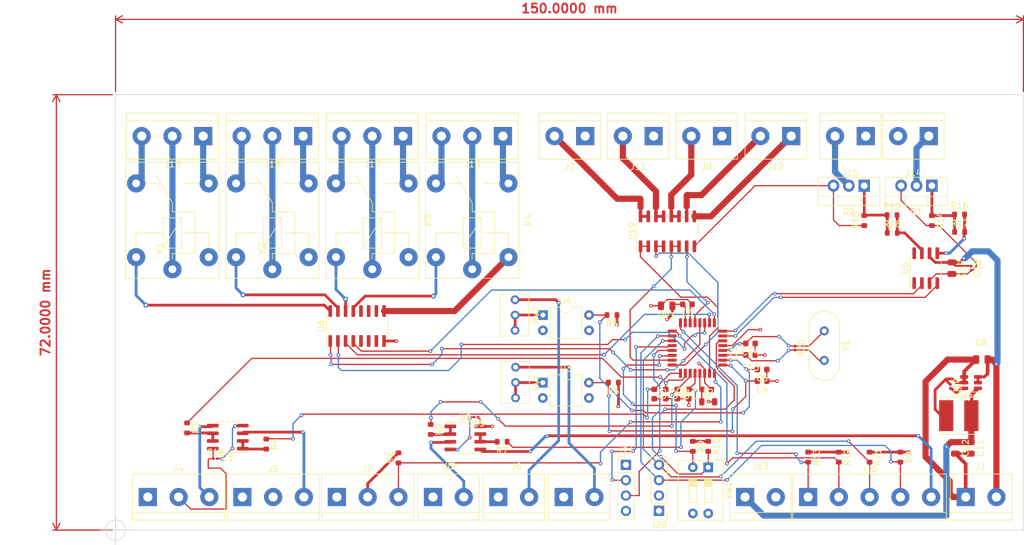
<source format=kicad_pcb>
(kicad_pcb (version 20211014) (generator pcbnew)
  (layers (0 "F.Cu" signal) (1 "In1.Cu" power "GND") (2 "In2.Cu" power "Power") (31 "B.Cu" signal) (34 "B.Paste" user) (35 "F.Paste" user) (36 "B.SilkS" user "B.Silkscreen") (37 "F.SilkS" user "F.Silkscreen") (38 "B.Mask" user) (39 "F.Mask" user) (44 "Edge.Cuts" user))
  (net 0 "")
  (net 1 "+12V")
  (net 2 "GND")
  (net 3 "+5V")
  (net 4 "Relay1")
  (net 5 "Tx")
  (net 6 "Rx")
  (net 7 "SDA")
  (net 8 "SCL")
  (net 9 "Net-(IC1-Pad12)")
  (net 10 "DIP1")
  (net 11 "DIP2")
  (net 12 "OUT_DHT11")
  (net 13 "LEVEL_L")
  (net 14 "LEVEL_H")
  (net 15 "Net-(IC1-Pad30)")
  (net 16 "PWM_L1")
  (net 17 "NO_Relay1")
  (net 18 "C_Relay1")
  (net 19 "NC_Relay1")
  (net 20 "NO_Relay3")
  (net 21 "C_Relay3")
  (net 22 "NC_Relay3")
  (net 23 "NO_Relay2")
  (net 24 "C_Relay2")
  (net 25 "NC_Relay2")
  (net 26 "NO_Relay4")
  (net 27 "C_Relay4")
  (net 28 "NC_Relay4")
  (net 29 "Rele1")
  (net 30 "Rele2")
  (net 31 "Rele3")
  (net 32 "Rele4")
  (net 33 "Net-(Q1-Pad1)")
  (net 34 "Net-(Q2-Pad1)")
  (net 35 "PWM_L2")
  (net 36 "Net-(R4-Pad2)")
  (net 37 "ADC_e")
  (net 38 "LDR_SENSOR")
  (net 39 "OUT_TDS")
  (net 40 "OUT_PH")
  (net 41 "Relay2")
  (net 42 "Relay3")
  (net 43 "Relay4")
  (net 44 "M4")
  (net 45 "M1")
  (net 46 "M2")
  (net 47 "M3")
  (net 48 "Motor1")
  (net 49 "Motor2")
  (net 50 "Motor3")
  (net 51 "Motor4")
  (net 52 "Net-(C10-Pad2)")
  (net 53 "Net-(C13-Pad2)")
  (net 54 "Net-(C14-Pad2)")
  (net 55 "Net-(J4-Pad3)")
  (net 56 "Net-(J5-Pad3)")
  (net 57 "Net-(J6-Pad2)")
  (net 58 "Net-(J9-Pad2)")
  (net 59 "Net-(J10-Pad5)")
  (net 60 "Net-(J14-Pad1)")
  (net 61 "Net-(J15-Pad2)")
  (net 62 "Net-(R2-Pad2)")
  (net 63 "Net-(R3-Pad2)")
  (net 64 "Net-(R7-Pad2)")
  (net 65 "Net-(R16-Pad2)")
  (net 66 "Net-(R18-Pad2)")
  (net 67 "Net-(RV1-Pad1)")
  (net 68 "Net-(RV2-Pad1)")
  (net 77 "Net-(J3-Pad2)")
  (net 78 "Net-(C9-Pad2)")
  (footprint "Resistor_SMD:R_0603_1608Metric" (layer "F.Cu") (at 214.884 83.312 90)
    (fp_text reference "R15")
    (fp_text value "10k")
  )
  (footprint "Capacitor_SMD:C_0603_1608Metric" (layer "F.Cu") (at 198.006 109.855 180)
    (fp_text reference "C4")
    (fp_text value "100nF")
  )
  (footprint "Resistor_SMD:R_0603_1608Metric" (layer "F.Cu") (at 189.103 120.65 -90)
    (fp_text reference "R10")
    (fp_text value "5k")
  )
  (footprint "Inductor_SMD:L_Bourns_SRN6045TA" (layer "F.Cu") (at 230.505 115.57)
    (fp_text reference "L1")
    (fp_text value "4.7uH")
  )
  (footprint "Resistor_SMD:R_0603_1608Metric" (layer "F.Cu") (at 137.922 122.555 90)
    (fp_text reference "R1")
    (fp_text value "5k")
  )
  (footprint "TerminalBlock:TerminalBlock_bornier-3_P5.08mm" (layer "F.Cu") (at 127.762 129.032)
    (fp_text reference "J2")
    (fp_text value "DHT11_SENSOR")
  )
  (footprint "Resistor_SMD:R_0603_1608Metric" (layer "F.Cu") (at 215.773 122.428 -90)
    (fp_text reference "R11")
    (fp_text value "5k")
  )
  (footprint "Resistor_SMD:R_0201_0603Metric" (layer "F.Cu") (at 203.454 104.394 -90)
    (fp_text reference "R20")
    (fp_text value "1M")
  )
  (footprint "TerminalBlock:TerminalBlock_bornier-3_P5.08mm" (layer "F.Cu") (at 122.174 69.342 180)
    (fp_text reference "J18")
    (fp_text value "Relay2")
  )
  (footprint "Capacitor_SMD:C_0805_2012Metric" (layer "F.Cu") (at 182.245 97.409 180)
    (fp_text reference "RV3")
    (fp_text value "Varistor_6V")
  )
  (footprint "TerminalBlock:TerminalBlock_bornier-2_P5.08mm" (layer "F.Cu") (at 180.086 69.342 180)
    (fp_text reference "J11")
    (fp_text value "Motor2")
  )
  (footprint "Capacitor_SMD:C_0603_1608Metric" (layer "F.Cu") (at 198.006 107.95 180)
    (fp_text reference "C5")
    (fp_text value "100nF")
  )
  (footprint "Resistor_SMD:R_0603_1608Metric" (layer "F.Cu") (at 220.853 122.428 -90)
    (fp_text reference "R8")
    (fp_text value "5k")
  )
  (footprint "Package_DIP:DIP-4_W7.62mm" (layer "F.Cu") (at 161.798 98.933)
    (fp_text reference "U4")
    (fp_text value "PC817")
  )
  (footprint "TerminalBlock:TerminalBlock_bornier-2_P5.08mm" (layer "F.Cu") (at 225.552 69.342 180)
    (fp_text reference "J14")
    (fp_text value "Luces_LEDs1")
  )
  (footprint "Button_Switch_THT:SW_DIP_SPSTx02_Slide_9.78x7.26mm_W7.62mm_P2.54mm" (layer "F.Cu") (at 189.108 124.1215 -90)
    (fp_text reference "SW1")
    (fp_text value "SWDIP")
  )
  (footprint "Resistor_SMD:R_0603_1608Metric" (layer "F.Cu") (at 230.646 85.196)
    (fp_text reference "R17")
    (fp_text value "10")
  )
  (footprint "TerminalBlock:TerminalBlock_bornier-2_P5.08mm" (layer "F.Cu") (at 165.227 129.032)
    (fp_text reference "J6")
    (fp_text value "Nivel_L")
  )
  (footprint "Package_TO_SOT_THT:TO-220-3_Vertical" (layer "F.Cu") (at 214.884 77.541 180)
    (fp_text reference "Q2")
    (fp_text value "IRF3205")
  )
  (footprint "Resistor_SMD:R_0603_1608Metric" (layer "F.Cu") (at 219.519 85.344)
    (fp_text reference "R18")
    (fp_text value "10")
  )
  (footprint "Resistor_SMD:R_0603_1608Metric" (layer "F.Cu") (at 226.06 83.312 -90)
    (fp_text reference "R14")
    (fp_text value "10k")
  )
  (footprint "Package_DIP:DIP-4_W7.62mm" (layer "F.Cu") (at 161.774 110.113)
    (fp_text reference "U3")
    (fp_text value "PC817")
  )
  (footprint "Capacitor_SMD:C_0805_2012Metric" (layer "F.Cu") (at 229.362 91.186 -90)
    (fp_text reference "C17")
    (fp_text value "4.7µ")
  )
  (footprint "Relay_THT:Relay_SPDT_Finder_36.11" (layer "F.Cu") (at 117.094 91.362 90)
    (fp_text reference "K2")
    (fp_text value "FINDER-36.11")
  )
  (footprint "Package_SO:SOIC-8_3.9x4.9mm_P1.27mm" (layer "F.Cu") (at 109.728 119.126 180)
    (fp_text reference "U1")
    (fp_text value "LM358")
  )
  (footprint "TerminalBlock:TerminalBlock_bornier-2_P5.08mm" (layer "F.Cu") (at 191.389 69.342 180)
    (fp_text reference "J8")
    (fp_text value "Motor3")
  )
  (footprint "Resistor_SMD:R_0603_1608Metric" (layer "F.Cu") (at 186.563 120.65 -90)
    (fp_text reference "R9")
    (fp_text value "5k")
  )
  (footprint "Connector_PinHeader_2.54mm:PinHeader_1x04_P2.54mm_Vertical" (layer "F.Cu") (at 180.975 131.318 180)
    (fp_text reference "J20")
    (fp_text value "LCD PINs")
  )
  (footprint "Capacitor_SMD:C_0603_1608Metric" (layer "F.Cu") (at 180.185 112 -90)
    (fp_text reference "C3")
    (fp_text value "100nF")
  )
  (footprint "Relay_THT:Relay_SPDT_Finder_36.11" (layer "F.Cu") (at 150.114 91.362 90)
    (fp_text reference "K4")
    (fp_text value "FINDER-36.11")
  )
  (footprint "Package_SO:SOIC-16_3.9x9.9mm_P1.27mm" (layer "F.Cu") (at 182.372 85.09 90)
    (fp_text reference "U10")
    (fp_text value "ULN2003A")
  )
  (footprint "Relay_THT:Relay_SPDT_Finder_36.11" (layer "F.Cu") (at 133.604 91.362 90)
    (fp_text reference "K3")
    (fp_text value "FINDER-36.11")
  )
  (footprint "Resistor_SMD:R_0603_1608Metric" (layer "F.Cu") (at 205.613 122.428 -90)
    (fp_text reference "R13")
    (fp_text value "5k")
  )
  (footprint "Resistor_SMD:R_0603_1608Metric" (layer "F.Cu") (at 116.078 120.269 -90)
    (fp_text reference "R4")
    (fp_text value "1k")
  )
  (footprint "Capacitor_SMD:C_0201_0603Metric" (layer "F.Cu") (at 107.696 122.682)
    (fp_text reference "C16")
    (fp_text value "100n")
  )
  (footprint "Capacitor_SMD:C_0603_1608Metric" (layer "F.Cu") (at 188.849 111.252 180)
    (fp_text reference "C9")
    (fp_text value "100nF")
  )
  (footprint "Capacitor_SMD:C_0201_0603Metric" (layer "F.Cu") (at 150.749 115.824 180)
    (fp_text reference "C15")
    (fp_text value "100n")
  )
  (footprint "TerminalBlock:TerminalBlock_bornier-2_P5.08mm" (layer "F.Cu") (at 154.432 129.032)
    (fp_text reference "J9")
    (fp_text value "Nivel_H")
  )
  (footprint "TerminalBlock:TerminalBlock_bornier-3_P5.08mm" (layer "F.Cu") (at 96.52 129.032)
    (fp_text reference "J4")
    (fp_text value "TDS_SENSOR")
  )
  (footprint "Resistor_SMD:R_0603_1608Metric" (layer "F.Cu") (at 230.632 82.296)
    (fp_text reference "R16")
    (fp_text value "10")
  )
  (footprint "Capacitor_SMD:C_0805_2012Metric" (layer "F.Cu") (at 232.41 120.904 -90)
    (fp_text reference "C11")
    (fp_text value "22uF")
  )
  (footprint "Capacitor_SMD:C_0201_0603Metric" (layer "F.Cu") (at 229.108 110.744 -90)
    (fp_text reference "C10")
    (fp_text value "100nF")
  )
  (footprint "TerminalBlock:TerminalBlock_bornier-2_P5.08mm" (layer "F.Cu") (at 231.648 129.032)
    (fp_text reference "J1")
    (fp_text value "Input")
  )
  (footprint "Package_TO_SOT_THT:TO-220-3_Vertical" (layer "F.Cu") (at 226.06 77.541 180)
    (fp_text reference "Q1")
    (fp_text value "IRF3205")
  )
  (footprint "Resistor_SMD:R_0603_1608Metric" (layer "F.Cu") (at 173.204 98.937 180)
    (fp_text reference "R6")
    (fp_text value "5k")
  )
  (footprint "Inductor_SMD:L_0805_2012Metric" (layer "F.Cu") (at 189.103 113.284)
    (fp_text reference "L2")
    (fp_text value "27n")
  )
  (footprint "TerminalBlock:TerminalBlock_bornier-2_P5.08mm" (layer "F.Cu") (at 215.138 69.342 180)
    (fp_text reference "J15")
    (fp_text value "Luces_LEDs2")
  )
  (footprint "Capacitor_SMD:C_0603_1608Metric" (layer "F.Cu") (at 183.995 112 -90)
    (fp_text reference "C1")
    (fp_text value "100nF")
  )
  (footprint "TerminalBlock:TerminalBlock_bornier-2_P5.08mm" (layer "F.Cu") (at 202.819 69.342 180)
    (fp_text reference "J12")
    (fp_text value "Motor4")
  )
  (footprint "Capacitor_SMD:C_0603_1608Metric" (layer "F.Cu") (at 185.674 97.155 180)
    (fp_text reference "C6")
    (fp_text value "100nF")
  )
  (footprint "Relay_THT:Relay_SPDT_Finder_36.11" (layer "F.Cu") (at 100.584 91.362 90)
    (fp_text reference "K1")
    (fp_text value "FINDER-36.11")
  )
  (footprint "Potentiometer_THT:Potentiometer_Bourns_3266Y_Vertical" (layer "F.Cu") (at 157.277 112.638 -90)
    (fp_text reference "RV1")
    (fp_text value "10k")
  )
  (footprint "Package_QFP:LQFP-32_7x7mm_P0.8mm" (layer "F.Cu") (at 187.325 104.394 -90)
    (fp_text reference "IC1")
    (fp_text value "MC9S08MP16xLC")
  )
  (footprint "Package_SO:SOIC-8_3.9x4.9mm_P1.27mm" (layer "F.Cu") (at 225.044 91.186 90)
    (fp_text reference "U5")
    (fp_text value "MIC4427")
  )
  (footprint "TerminalBlock:TerminalBlock_bornier-2_P5.08mm" (layer "F.Cu") (at 195.199 129.032)
    (fp_text reference "J13")
    (fp_text value "Expansion2")
  )
  (footprint "Package_SO:SOIC-8_3.9x4.9mm_P1.27mm" (layer "F.Cu") (at 148.971 119.253)
    (fp_text reference "U2")
    (fp_text value "LM358")
  )
  (footprint "TerminalBlock:TerminalBlock_bornier-3_P5.08mm" (layer "F.Cu") (at 112.141 129.032)
    (fp_text reference "J5")
    (fp_text value "PH_SENSOR")
  )
  (footprint "Capacitor_SMD:C_0603_1608Metric" (layer "F.Cu") (at 196.088 103.632 180)
    (fp_text reference "C14")
    (fp_text value "30pF")
  )
  (footprint "Capacitor_SMD:C_0603_1608Metric" (layer "F.Cu") (at 196.088 105.537 180)
    (fp_text reference "C13")
    (fp_text value "30pF")
  )
  (footprint "Resistor_SMD:R_0603_1608Metric" (layer "F.Cu") (at 173.447 110.084 180)
    (fp_text reference "R5")
    (fp_text value "5k")
  )
  (footprint "Connector_PinHeader_2.54mm:PinHeader_1x04_P2.54mm_Vertical" (layer "F.Cu") (at 175.514 123.708)
    (fp_text reference "J21")
    (fp_text value "Conn_01x04_Male")
  )
  (footprint "TerminalBlock:TerminalBlock_bornier-3_P5.08mm" (layer "F.Cu") (at 138.684 69.342 180)
    (fp_text reference "J17")
    (fp_text value "Relay3")
  )
  (footprint "Capacitor_SMD:C_0603_1608Metric" (layer "F.Cu") (at 182.09 112 -90)
    (fp_text reference "C2")
    (fp_text value "100nF")
  )
  (footprint "Capacitor_SMD:C_0201_0603Metric" (layer "F.Cu") (at 232.564 91.191 -90)
    (fp_text reference "C18")
    (fp_text value "100n")
  )
  (footprint "Package_SO:SOIC-16_3.9x9.9mm_P1.27mm" (layer "F.Cu") (at 131.1 100.75 90)
    (fp_text reference "U6")
    (fp_text value "ULN2003A")
  )
  (footprint "Capacitor_SMD:C_0603_1608Metric" (layer "F.Cu") (at 185.9 112 -90)
    (fp_text reference "C7")
    (fp_text value "100nF")
  )
  (footprint "TerminalBlock:TerminalBlock_bornier-2_P5.08mm" (layer "F.Cu") (at 143.637 129.032)
    (fp_text reference "J3")
    (fp_text value "LDR")
  )
  (footprint "Resistor_SMD:R_0603_1608Metric" (layer "F.Cu") (at 143.256 117.856 -90)
    (fp_text reference "R2")
    (fp_text value "1k")
  )
  (footprint "TerminalBlock:TerminalBlock_bornier-3_P5.08mm" (layer "F.Cu") (at 155.194 69.342 180)
    (fp_text reference "J19")
    (fp_text value "Relay4")
  )
  (footprint "Capacitor_SMD:C_0805_2012Metric" (layer "F.Cu") (at 234.315 106.299 180)
    (fp_text reference "C8")
    (fp_text value "10uF")
  )
  (footprint "Potentiometer_THT:Potentiometer_Bourns_3266Y_Vertical" (layer "F.Cu") (at 157.202 101.477 -90)
    (fp_text reference "RV2")
    (fp_text value "10k")
  )
  (footprint "TerminalBlock:TerminalBlock_bornier-5_P5.08mm" (layer "F.Cu") (at 205.613 129.032)
    (fp_text reference "J10")
    (fp_text value "Expansions5")
  )
  (footprint "Resistor_SMD:R_0603_1608Metric" (layer "F.Cu") (at 219.479 82.402)
    (fp_text reference "R19")
    (fp_text value "10")
  )
  (footprint "TerminalBlock:TerminalBlock_bornier-3_P5.08mm" (layer "F.Cu") (at 105.664 69.342 180)
    (fp_text reference "J16")
    (fp_text value "Relay1")
  )
  (footprint "Resistor_SMD:R_0603_1608Metric" (layer "F.Cu") (at 155.067 119.888 180)
    (fp_text reference "R7")
    (fp_text value "1k")
  )
  (footprint "TerminalBlock:TerminalBlock_bornier-2_P5.08mm" (layer "F.Cu") (at 168.783 69.342 180)
    (fp_text reference "J7")
    (fp_text value "Motor1")
  )
  (footprint "Capacitor_SMD:C_0805_2012Metric" (layer "F.Cu") (at 229.947 120.904 -90)
    (fp_text reference "C12")
    (fp_text value "22uf")
  )
  (footprint "Crystal:Crystal_HC49-4H_Vertical" (layer "F.Cu") (at 208.28 101.563 -90)
    (fp_text reference "Y1")
    (fp_text value "Crystal")
  )
  (footprint "Resistor_SMD:R_0603_1608Metric" (layer "F.Cu") (at 210.693 122.428 -90)
    (fp_text reference "R12")
    (fp_text value "5k")
  )
  (footprint "Package_TO_SOT_SMD:TSOT-23-6" (layer "F.Cu") (at 232.537 110.109 180)
    (fp_text reference "U7")
    (fp_text value "AP63205WU")
  )
  (footprint "Resistor_SMD:R_0603_1608Metric" (layer "F.Cu") (at 102.997 117.602 -90)
    (fp_text reference "R3")
    (fp_text value "1k")
  )
  (gr_rect (start 91.186 134.493) (end 241.186 62.493) (layer "Edge.Cuts") (width 0.1) (fill none))
  (dimension (type aligned) (layer "F.Cu") (pts (xy 91.186 62.493) (xy 241.186 62.493)) (height -12.455) (gr_text "5905.5118 mils" (at 166.186 48.238) (layer "F.Cu") (effects (font (size 1.5 1.5) (thickness 0.3)))) (format (units 3) (units_format 1) (precision 4)) (style (thickness 0.2) (arrow_length 1.27) (text_position_mode 0) (extension_height 0.58642) (extension_offset 0.5) keep_text_aligned))
  (dimension (type aligned) (layer "F.Cu") (pts (xy 91.186 134.493) (xy 91.186 62.493)) (height -9.779) (gr_text "2834.6457 mils" (at 79.607 98.493 90) (layer "F.Cu") (effects (font (size 1.5 1.5) (thickness 0.3)))) (format (units 3) (units_format 1) (precision 4)) (style (thickness 0.2) (arrow_length 1.27) (text_position_mode 0) (extension_height 0.58642) (extension_offset 0.5) keep_text_aligned))
  (target plus (at 91.186 134.493) (size 5) (width 0.1) (layer "Edge.Cuts"))
  (segment (start 202.819 69.342) (end 189.546 82.615) (width 1.016) (layer "F.Cu") (net 1))
  (segment (start 235.999 106.299) (end 236.728 107.028) (width 1.016) (layer "F.Cu") (net 1))
  (segment (start 189.546 82.615) (end 186.817 82.615) (width 1.016) (layer "F.Cu") (net 1))
  (segment (start 135.545 98.275) (end 147.201 98.275) (width 1.016) (layer "F.Cu") (net 1))
  (segment (start 229.362 90.235989) (end 229.924889 90.798879) (width 0.3048) (layer "F.Cu") (net 1))
  (segment (start 236.728 107.028) (end 236.728 129.032) (width 1.016) (layer "F.Cu") (net 1))
  (segment (start 233.6745 109.159) (end 234.741 109.159) (width 0.4572) (layer "F.Cu") (net 1))
  (segment (start 147.201 98.275) (end 156.114 89.362) (width 1.016) (layer "F.Cu") (net 1))
  (segment (start 233.674488 109.158989) (end 233.674488 109.997469) (width 0.4572) (layer "F.Cu") (net 1))
  (segment (start 226.605048 90.236) (end 229.362 90.236) (width 0.4572) (layer "F.Cu") (net 1))
  (segment (start 225.679 88.711) (end 225.679 89.309952) (width 0.4572) (layer "F.Cu") (net 1))
  (segment (start 235.265 106.299) (end 235.999 106.299) (width 1.016) (layer "F.Cu") (net 1))
  (segment (start 235.265011 108.635013) (end 235.265011 106.299) (width 0.6096) (layer "F.Cu") (net 1))
  (segment (start 234.741 109.159) (end 234.75 109.15) (width 0.4572) (layer "F.Cu") (net 1))
  (segment (start 225.679 89.309952) (end 226.605048 90.236) (width 0.4572) (layer "F.Cu") (net 1))
  (segment (start 234.75 109.15) (end 235.265 108.635) (width 0.508) (layer "F.Cu") (net 1))
  (segment (start 230.664 90.236) (end 231.35 89.55) (width 0.4572) (layer "F.Cu") (net 1))
  (segment (start 229.362 90.236) (end 230.664 90.236) (width 0.4572) (layer "F.Cu") (net 1))
  (segment (start 229.924889 90.798879) (end 232.564 90.798879) (width 0.3048) (layer "F.Cu") (net 1))
  (via (at 236.728 107.028) (size 0.6096) (drill 0.3048) (layers "F.Cu" "B.Cu") (net 1))
  (via (at 231.35 89.55) (size 0.6096) (drill 0.3048) (layers "F.Cu" "B.Cu") (net 1))
  (segment (start 236.900009 89.899998) (end 236.900009 106.855997) (width 1.016) (layer "B.Cu") (net 1))
  (segment (start 236.9 106.856) (end 236.728 107.028) (width 0.4572) (layer "B.Cu") (net 1))
  (segment (start 232.699992 88.400001) (end 235.400012 88.400001) (width 1.016) (layer "B.Cu") (net 1))
  (segment (start 231.35 89.55) (end 231.55 89.55) (width 0.4572) (layer "B.Cu") (net 1))
  (segment (start 139.2 89.766) (end 139.604 89.362) (width 1.016) (layer "B.Cu") (net 1))
  (segment (start 235.400012 88.400001) (end 236.900009 89.899998) (width 1.016) (layer "B.Cu") (net 1))
  (segment (start 231.550007 89.550011) (end 232.699992 88.400001) (width 1.016) (layer "B.Cu") (net 1))
  (segment (start 112.124 117.3) (end 112.203 117.221) (width 0.2032) (layer "F.Cu") (net 2))
  (segment (start 209.804 77.541) (end 209.804 83.204) (width 0.2032) (layer "F.Cu") (net 2))
  (segment (start 220.98 77.541) (end 220.98 79.98) (width 0.2032) (layer "F.Cu") (net 2))
  (segment (start 179.659 97.409) (end 179.65 97.4) (width 0.2032) (layer "F.Cu") (net 2))
  (segment (start 229.946987 121.854011) (end 231.648 123.554998) (width 0.6096) (layer "F.Cu") (net 2))
  (segment (start 233.365 106.299) (end 231.3995 108.2645) (width 0.6096) (layer "F.Cu") (net 2))
  (segment (start 196.863 105.537) (end 198.437 105.537) (width 0.2032) (layer "F.Cu") (net 2))
  (segment (start 228.4 109.716) (end 229.08988 110.40588) (width 0.4572) (layer "F.Cu") (net 2))
  (segment (start 229.08988 110.40588) (end 229.108 110.40588) (width 0.4572) (layer "F.Cu") (net 2))
  (segment (start 196.863 105.537) (end 196.863 103.632) (width 0.2032) (layer "F.Cu") (net 2))
  (segment (start 209.804 83.204) (end 210.737 84.137) (width 0.2032) (layer "F.Cu") (net 2))
  (segment (start 185.9 112.775) (end 185.9 113.8401) (width 0.2032) (layer "F.Cu") (net 2))
  (segment (start 183.995 112.775) (end 185.9 112.775) (width 0.2032) (layer "F.Cu") (net 2))
  (segment (start 147.7 121.2) (end 146.538 121.2) (width 0.2032) (layer "F.Cu") (net 2))
  (segment (start 185.67288 96.37888) (end 182.32512 96.37888) (width 0.2032) (layer "F.Cu") (net 2))
  (segment (start 198.437 105.537) (end 198.45 105.55) (width 0.2032) (layer "F.Cu") (net 2))
  (segment (start 227.62 115.57) (end 226.6 114.55) (width 0.4572) (layer "F.Cu") (net 2))
  (segment (start 228.999999 126.383999) (end 228.999999 128.513992) (width 1.016) (layer "F.Cu") (net 2))
  (segment (start 226.6 111.3) (end 228.4 109.5) (width 0.4572) (layer "F.Cu") (net 2))
  (segment (start 188.525 107.875) (end 187.6 106.95) (width 0.2032) (layer "F.Cu") (net 2))
  (segment (start 225.137 84.137) (end 226.06 84.137) (width 0.2032) (layer "F.Cu") (net 2))
  (segment (start 195.716744 101.35) (end 197.7 101.35) (width 0.2032) (layer "F.Cu") (net 2))
  (segment (start 230.109 110.109) (end 231.3995 110.109) (width 0.4572) (layer "F.Cu") (net 2))
  (segment (start 182.32512 96.37888) (end 181.295 97.409) (width 0.2032) (layer "F.Cu") (net 2))
  (segment (start 200.445 109.855) (end 200.45 109.85) (width 0.2032) (layer "F.Cu") (net 2))
  (segment (start 225.679 93.661) (end 225.679 93.241653) (width 0.2032) (layer "F.Cu") (net 2))
  (segment (start 108.782 122.682) (end 108.8 122.7) (width 0.2032) (layer "F.Cu") (net 2))
  (segment (start 228.4 109.5) (end 228.4 109.716) (width 0.4572) (layer "F.Cu") (net 2))
  (segment (start 110.9 117.3) (end 112.124 117.3) (width 0.2032) (layer "F.Cu") (net 2))
  (segment (start 225.016289 122.400289) (end 228.999999 126.383999) (width 1.016) (layer "F.Cu") (net 2))
  (segment (start 232.797636 91.511) (end 233.4 90.908636) (width 0.2032) (layer "F.Cu") (net 2))
  (segment (start 232.564 91.511) (end 232.797636 91.511) (width 0.2032) (layer "F.Cu") (net 2))
  (segment (start 150.429 115.824) (end 149.876 115.824) (width 0.2032) (layer "F.Cu") (net 2))
  (segment (start 230.775485 106.299) (end 228.651 106.299) (width 1.016) (layer "F.Cu") (net 2))
  (segment (start 229.5 109.5) (end 230.109 110.109) (width 0.4572) (layer "F.Cu") (net 2))
  (segment (start 226.784653 92.136) (end 229.362 92.136) (width 0.2032) (layer "F.Cu") (net 2))
  (segment (start 210.737 84.137) (end 214.884 84.137) (width 0.2032) (layer "F.Cu") (net 2))
  (segment (start 188.525 110.153) (end 189.624 111.252) (width 0.2032) (layer "F.Cu") (net 2))
  (segment (start 228.999999 128.513992) (end 229.518007 129.032) (width 1.016) (layer "F.Cu") (net 2))
  (segment (start 231.3995 108.2645) (end 231.3995 109.159) (width 0.6096) (layer "F.Cu") (net 2))
  (segment (start 180.185 112.775) (end 182.09 112.775) (width 0.2032) (layer "F.Cu") (net 2))
  (segment (start 229.362 92.136) (end 231.939 92.136) (width 0.2032) (layer "F.Cu") (net 2))
  (segment (start 135.544992 103.22499) (end 137.575011 103.22499) (width 0.4572) (layer "F.Cu") (net 2))
  (segment (start 181.295 97.409) (end 179.659 97.409) (width 0.2032) (layer "F.Cu") (net 2))
  (segment (start 149.876 115.824) (end 149.7 116) (width 0.2032) (layer "F.Cu") (net 2))
  (segment (start 191.5 103.994) (end 193.072744 103.994) (width 0.2032) (layer "F.Cu") (net 2))
  (segment (start 231.939 92.136) (end 232.564 91.511) (width 0.2032) (layer "F.Cu") (net 2))
  (segment (start 229.518007 129.032) (end 231.648 129.032) (width 1.016) (layer "F.Cu") (net 2))
  (segment (start 186.125 97.479) (end 186.449 97.155) (width 0.2032) (layer "F.Cu") (net 2))
  (segment (start 137.575 103.225) (end 137.6 103.25) (width 0.2032) (layer "F.Cu") (net 2))
  (segment (start 186.125 100.219) (end 186.125 97.479) (width 0.2032) (layer "F.Cu") (net 2))
  (segment (start 220.98 79.98) (end 225.137 84.137) (width 0.2032) (layer "F.Cu") (net 2))
  (segment (start 229.946987 121.854011) (end 232.41 121.854011) (width 0.4572) (layer "F.Cu") (net 2))
  (segment (start 188.525 108.569) (end 188.525 110.153) (width 0.2032) (layer "F.Cu") (net 2))
  (segment (start 186.817 87.565) (end 196.841 77.541) (width 0.2032) (layer "F.Cu") (net 2))
  (segment (start 182.09 112.775) (end 183.995 112.775) (width 0.2032) (layer "F.Cu") (net 2))
  (segment (start 188.525 108.569) (end 188.525 107.875) (width 0.2032) (layer "F.Cu") (net 2))
  (segment (start 108.016 122.682) (end 108.782 122.682) (width 0.2032) (layer "F.Cu") (net 2))
  (segment (start 146.538 121.2) (end 146.496 121.158) (width 0.2032) (layer "F.Cu") (net 2))
  (segment (start 198.781 109.855) (end 198.781 107.95) (width 0.2032) (layer "F.Cu") (net 2))
  (segment (start 227.237 84.137) (end 226.06 84.137) (width 0.2032) (layer "F.Cu") (net 2))
  (segment (start 228.4 109.5) (end 229.5 109.5) (width 0.4572) (layer "F.Cu") (net 2))
  (segment (start 233.4 90.3) (end 227.237 84.137) (width 0.2032) (layer "F.Cu") (net 2))
  (segment (start 225.016289 109.933711) (end 225.016289 122.400289) (width 1.016) (layer "F.Cu") (net 2))
  (segment (start 233.4 90.908636) (end 233.4 90.3) (width 0.2032) (layer "F.Cu") (net 2))
  (segment (start 198.781 109.855) (end 200.445 109.855) (width 0.2032) (layer "F.Cu") (net 2))
  (segment (start 225.679 93.241653) (end 226.784653 92.136) (width 0.2032) (layer "F.Cu") (net 2))
  (segment (start 196.841 77.541) (end 209.804 77.541) (width 0.2032) (layer "F.Cu") (net 2))
  (segment (start 193.072744 103.994) (end 195.716744 101.35) (width 0.2032) (layer "F.Cu") (net 2))
  (segment (start 233.364989 106.299) (end 230.775485 106.299) (width 1.016) (layer "F.Cu") (net 2))
  (segment (start 231.399512 110.109) (end 231.399512 109.158989) (width 0.6096) (layer "F.Cu") (net 2))
  (segment (start 228.43 115.57) (end 227.62 115.57) (width 0.4572) (layer "F.Cu") (net 2))
  (segment (start 231.648 123.554998) (end 231.648 129.032) (width 0.6096) (layer "F.Cu") (net 2))
  (segment (start 228.651 106.299) (end 225.016289 109.933711) (width 1.016) (layer "F.Cu") (net 2))
  (segment (start 186.449 97.155) (end 185.67288 96.37888) (width 0.2032) (layer "F.Cu") (net 2))
  (segment (start 226.6 114.55) (end 226.6 111.3) (width 0.4572) (layer "F.Cu") (net 2))
  (via blind (at 149.700005 119.19999) (size 0.6096) (drill 0.3048) (layers "F.Cu" "In1.Cu") (net 2))
  (via blind (at 198.45 105.55) (size 0.6096) (drill 0.3048) (layers "F.Cu" "In1.Cu") (net 2))
  (via (at 108.8 122.7) (size 0.6096) (drill 0.3048) (layers "F.Cu" "B.Cu") (net 2))
  (via (at 147.700009 121.200012) (size 0.6096) (drill 0.3048) (layers "F.Cu" "B.Cu") (net 2))
  (via blind (at 200.449993 109.849996) (size 0.6096) (drill 0.3048) (layers "F.Cu" "In1.Cu") (net 2))
  (via blind (at 179.650009 97.400008) (size 0.6096) (drill 0.3048) (layers "F.Cu" "In1.Cu") (net 2))
  (via blind (at 197.700011 101.349988) (size 0.6096) (drill 0.3048) (layers "F.Cu" "In1.Cu") (net 2))
  (via blind (at 110.500008 121.000012) (size 0.6096) (drill 0.3048) (layers "F.Cu" "In1.Cu") (net 2))
  (via blind (at 187.600006 106.950002) (size 0.6096) (drill 0.3048) (layers "F.Cu" "In1.Cu") (net 2))
  (via (at 149.7 116) (size 0.6096) (drill 0.3048) (layers "F.Cu" "B.Cu") (net 2))
  (via blind (at 137.600004 103.250009) (size 0.6096) (drill 0.3048) (layers "F.Cu" "In1.Cu") (net 2))
  (via blind (at 185.900009 113.840108) (size 0.6096) (drill 0.3048) (layers "F.Cu" "In1.Cu") (net 2))
  (via (at 110.9 117.3) (size 0.6096) (drill 0.3048) (layers "F.Cu" "B.Cu") (net 2))
  (segment (start 110.5 121) (end 110.5 117.7) (width 0.2032) (layer "B.Cu") (net 2))
  (segment (start 108.8 122.7) (end 110.5 121) (width 0.2032) (layer "B.Cu") (net 2))
  (segment (start 149.7 119.2) (end 147.7 121.2) (width 0.2032) (layer "B.Cu") (net 2))
  (segment (start 149.7 116) (end 149.7 119.2) (width 0.2032) (layer "B.Cu") (net 2))
  (segment (start 110.5 117.7) (end 110.9 117.3) (width 0.2032) (layer "B.Cu") (net 2))
  (segment (start 220.853 121.603) (end 222.247 121.603) (width 0.4572) (layer "F.Cu") (net 3))
  (segment (start 205.613 121.603) (end 210.693 121.603) (width 0.4572) (layer "F.Cu") (net 3))
  (segment (start 151.446 117.348) (end 151.446 116.201) (width 0.2032) (layer "F.Cu") (net 3))
  (segment (start 106.668 122.682) (end 107.30388 122.682) (width 0.2032) (layer "F.Cu") (net 3))
  (segment (start 229.196 119.954) (end 229.947 119.954) (width 1.016) (layer "F.Cu") (net 3))
  (segment (start 108.530759 124.25) (end 106.5 124.25) (width 0.2032) (layer "F.Cu") (net 3))
  (segment (start 153.398 117.348) (end 153.4 117.35) (width 0.4572) (layer "F.Cu") (net 3))
  (segment (start 185.325004 100.219002) (end 185.325004 97.581009) (width 0.2032) (layer "F.Cu") (net 3))
  (segment (start 103.582114 131.014114) (end 101.6 129.032) (width 0.2032) (layer "F.Cu") (net 3))
  (segment (start 109.464119 131.014114) (end 103.582114 131.014114) (width 0.2032) (layer "F.Cu") (net 3))
  (segment (start 232.58 119.784) (end 232.41 119.954) (width 0.4572) (layer "F.Cu") (net 3))
  (segment (start 232.580002 112.153497) (end 233.674488 111.059011) (width 0.6096) (layer "F.Cu") (net 3))
  (segment (start 215.773 121.603) (end 220.853 121.603) (width 0.4572) (layer "F.Cu") (net 3))
  (segment (start 183.195 97.409) (end 183.195 98.755) (width 0.4572) (layer "F.Cu") (net 3))
  (segment (start 229.947 119.954) (end 232.41 119.954) (width 1.016) (layer "F.Cu") (net 3))
  (segment (start 137.922 121.73) (end 132.842 126.81) (width 0.4572) (layer "F.Cu") (net 3))
  (segment (start 174.272 110.084) (end 174.272 114.028) (width 0.4572) (layer "F.Cu") (net 3))
  (segment (start 190.1655 113.284) (end 189.184 113.284) (width 0.2032) (layer "F.Cu") (net 3))
  (segment (start 186.563 119.825) (end 187.825 119.825) (width 0.4572) (layer "F.Cu") (net 3))
  (segment (start 174.029 98.937) (end 174.029 100.529) (width 0.4572) (layer "F.Cu") (net 3))
  (segment (start 228.45 120.7) (end 229.196 119.954) (width 1.016) (layer "F.Cu") (net 3))
  (segment (start 132.842 126.81) (end 132.842 129.032) (width 0.4572) (layer "F.Cu") (net 3))
  (segment (start 222.247 121.603) (end 222.25 121.6) (width 0.4572) (layer "F.Cu") (net 3))
  (segment (start 184.898995 97.155) (end 183.449011 97.155) (width 0.2032) (layer "F.Cu") (net 3))
  (segment (start 232.58 115.57) (end 232.58 119.784) (width 1.016) (layer "F.Cu") (net 3))
  (segment (start 106.5 124.25) (end 106.5 122.85) (width 0.2032) (layer "F.Cu") (net 3))
  (segment (start 212.147 121.603) (end 212.15 121.6) (width 0.4572) (layer "F.Cu") (net 3))
  (segment (start 151.446 116.201) (end 151.069 115.824) (width 0.2032) (layer "F.Cu") (net 3))
  (segment (start 183.449011 97.155) (end 183.195011 97.409) (width 0.2032) (layer "F.Cu") (net 3))
  (segment (start 187.825 119.825) (end 189.103 119.825) (width 0.4572) (layer "F.Cu") (net 3))
  (segment (start 107.303875 121.081876) (end 107.303875 122.682) (width 0.2032) (layer "F.Cu") (net 3))
  (segment (start 174.272 114.028) (end 174.25 114.05) (width 0.4572) (layer "F.Cu") (net 3))
  (segment (start 210.693 121.603) (end 212.147 121.603) (width 0.4572) (layer "F.Cu") (net 3))
  (segment (start 151.446 117.348) (end 153.398 117.348) (width 0.4572) (layer "F.Cu") (net 3))
  (segment (start 189.184 113.284) (end 189.15 113.25) (width 0.2032) (layer "F.Cu") (net 3))
  (segment (start 185.325004 97.581009) (end 184.898995 97.155) (width 0.2032) (layer "F.Cu") (net 3))
  (segment (start 232.580002 115.57) (end 232.580002 112.153497) (width 0.6096) (layer "F.Cu") (net 3))
  (segment (start 107.252999 121.031) (end 107.303875 121.081876) (width 0.2032) (layer "F.Cu") (net 3))
  (segment (start 183.195 98.755) (end 182.3 99.65) (width 0.4572) (layer "F.Cu") (net 3))
  (segment (start 109.464111 125.183352) (end 108.530759 124.25) (width 0.2032) (layer "F.Cu") (net 3))
  (segment (start 109.464119 131.014114) (end 109.464119 125.183341) (width 0.2032) (layer "F.Cu") (net 3))
  (segment (start 106.5 122.85) (end 106.668 122.682) (width 0.2032) (layer "F.Cu") (net 3))
  (segment (start 174.029 100.529) (end 174.05 100.55) (width 0.4572) (layer "F.Cu") (net 3))
  (via blind (at 174.049995 100.549989) (size 0.6096) (drill 0.3048) (layers "F.Cu" "In2.Cu") (net 3))
  (via blind (at 153.399998 117.350007) (size 0.6096) (drill 0.3048) (layers "F.Cu" "In2.Cu") (net 3))
  (via blind (at 212.149995 121.600011) (size 0.6096) (drill 0.3048) (layers "F.Cu" "In2.Cu") (net 3))
  (via blind (at 189.14999 113.249989) (size 0.6096) (drill 0.3048) (layers "F.Cu" "In2.Cu") (net 3))
  (via (at 228.45 120.7) (size 0.6096) (drill 0.3048) (layers "F.Cu" "B.Cu") (net 3))
  (via blind (at 182.299991 99.649991) (size 0.6096) (drill 0.3048) (layers "F.Cu" "In2.Cu") (net 3))
  (via blind (at 187.824999 119.825008) (size 0.6096) (drill 0.3048) (layers "F.Cu" "In2.Cu") (net 3))
  (via blind (at 174.249994 114.049988) (size 0.6096) (drill 0.3048) (layers "F.Cu" "In2.Cu") (net 3))
  (via blind (at 222.25 121.600011) (size 0.6096) (drill 0.3048) (layers "F.Cu" "In2.Cu") (net 3))
  (segment (start 228.449988 132.09999) (end 228.449988 120.700013) (width 1.016) (layer "B.Cu") (net 3))
  (segment (start 228.449988 132.09999) (end 198.26699 132.09999) (width 1.016) (layer "B.Cu") (net 3))
  (segment (start 198.26699 132.09999) (end 195.199 129.032) (width 1.016) (layer "B.Cu") (net 3))
  (segment (start 143.2 104.9) (end 131.79702 104.9) (width 0.2032) (layer "F.Cu") (net 4))
  (segment (start 131.79702 104.9) (end 130.465 103.56798) (width 0.2032) (layer "F.Cu") (net 4))
  (segment (start 130.465 103.56798) (end 130.465 103.225) (width 0.2032) (layer "F.Cu") (net 4))
  (segment (start 190.125 98.825) (end 190.1 98.8) (width 0.2032) (layer "F.Cu") (net 4))
  (segment (start 190.125 100.219) (end 190.125 98.825) (width 0.2032) (layer "F.Cu") (net 4))
  (via (at 190.1 98.8) (size 0.6096) (drill 0.3048) (layers "F.Cu" "B.Cu") (net 4))
  (via (at 143.2 104.9) (size 0.6096) (drill 0.3048) (layers "F.Cu" "B.Cu") (net 4))
  (segment (start 186.1 94.8) (end 190.1 98.8) (width 0.2032) (layer "B.Cu") (net 4))
  (segment (start 143.2 104.9) (end 153.3 94.8) (width 0.2032) (layer "B.Cu") (net 4))
  (segment (start 153.3 94.8) (end 186.1 94.8) (width 0.2032) (layer "B.Cu") (net 4))
  (segment (start 184.525 100.219) (end 184.525 101.225) (width 0.2032) (layer "F.Cu") (net 5))
  (segment (start 204.5 123.3) (end 205.566 123.3) (width 0.2032) (layer "F.Cu") (net 5))
  (segment (start 205.613 123.253) (end 205.613 129.032) (width 0.2032) (layer "F.Cu") (net 5))
  (segment (start 193.9 121.8) (end 203.45402 121.8) (width 0.2032) (layer "F.Cu") (net 5))
  (segment (start 205.566 123.3) (end 205.613 123.253) (width 0.2032) (layer "F.Cu") (net 5))
  (segment (start 184.525 101.225) (end 185 101.7) (width 0.2032) (layer "F.Cu") (net 5))
  (segment (start 203.45402 121.8) (end 203.6 121.94598) (width 0.2032) (layer "F.Cu") (net 5))
  (via (at 203.6 121.94598) (size 0.6096) (drill 0.3048) (layers "F.Cu" "B.Cu") (net 5))
  (via (at 185 101.7) (size 0.6096) (drill 0.3048) (layers "F.Cu" "B.Cu") (net 5))
  (via (at 204.5 123.3) (size 0.6096) (drill 0.3048) (layers "F.Cu" "B.Cu") (net 5))
  (via (at 193.9 121.8) (size 0.6096) (drill 0.3048) (layers "F.Cu" "B.Cu") (net 5))
  (segment (start 185 101.7) (end 193.9 110.6) (width 0.2032) (layer "B.Cu") (net 5))
  (segment (start 193.9 110.6) (end 193.9 121.8) (width 0.2032) (layer "B.Cu") (net 5))
  (segment (start 203.6 122.4) (end 204.5 123.3) (width 0.2032) (layer "B.Cu") (net 5))
  (segment (start 203.6 121.94598) (end 203.6 122.4) (width 0.2032) (layer "B.Cu") (net 5))
  (segment (start 192.2 123.5) (end 193.14812 122.55188) (width 0.2032) (layer "F.Cu") (net 6))
  (segment (start 183.702624 101.594) (end 184.3 102.191376) (width 0.2032) (layer "F.Cu") (net 6))
  (segment (start 193.14812 122.55188) (end 209.99188 122.55188) (width 0.2032) (layer "F.Cu") (net 6))
  (segment (start 209.99188 122.55188) (end 210.693 123.253) (width 0.2032) (layer "F.Cu") (net 6))
  (segment (start 184.3 102.191376) (end 184.3 102.2957) (width 0.2032) (layer "F.Cu") (net 6))
  (segment (start 183.15 101.594) (end 183.702624 101.594) (width 0.2032) (layer "F.Cu") (net 6))
  (segment (start 210.693 123.253) (end 210.693 129.032) (width 0.2032) (layer "F.Cu") (net 6))
  (segment (start 184.3 102.2957) (end 184.4043 102.4) (width 0.2032) (layer "F.Cu") (net 6))
  (via (at 192.2 123.5) (size 0.6096) (drill 0.3048) (layers "F.Cu" "B.Cu") (net 6))
  (via (at 184.4043 102.4) (size 0.6096) (drill 0.3048) (layers "F.Cu" "B.Cu") (net 6))
  (segment (start 192.2 110.1957) (end 192.2 123.5) (width 0.2032) (layer "B.Cu") (net 6))
  (segment (start 184.4043 102.4) (end 192.2 110.1957) (width 0.2032) (layer "B.Cu") (net 6))
  (segment (start 180.975 126.238) (end 192.162 126.238) (width 0.2032) (layer "F.Cu") (net 7))
  (segment (start 192.162 126.238) (end 192.2 126.2) (width 0.2032) (layer "F.Cu") (net 7))
  (segment (start 183.15 102.394) (end 180.806 102.394) (width 0.2032) (layer "F.Cu") (net 7))
  (segment (start 220.8 123.2) (end 220.853 123.253) (width 0.2032) (layer "F.Cu") (net 7))
  (segment (start 219.3 123.2) (end 220.8 123.2) (width 0.2032) (layer "F.Cu") (net 7))
  (segment (start 220.853 123.253) (end 220.853 129.032) (width 0.2032) (layer "F.Cu") (net 7))
  (segment (start 180.806 102.394) (end 180.8 102.4) (width 0.2032) (layer "F.Cu") (net 7))
  (via (at 219.3 123.2) (size 0.6096) (drill 0.3048) (layers "F.Cu" "B.Cu") (net 7))
  (via (at 192.2 126.2) (size 0.6096) (drill 0.3048) (layers "F.Cu" "B.Cu") (net 7))
  (via (at 180.8 102.4) (size 0.6096) (drill 0.3048) (layers "F.Cu" "B.Cu") (net 7))
  (segment (start 219.3 121.5) (end 219.3 123.2) (width 0.2032) (layer "B.Cu") (net 7))
  (segment (start 177.991369 123.254369) (end 180.975 126.238) (width 0.2032) (layer "B.Cu") (net 7))
  (segment (start 197.9 120.5) (end 218.3 120.5) (width 0.2032) (layer "B.Cu") (net 7))
  (segment (start 192.2 126.2) (end 197.9 120.5) (width 0.2032) (layer "B.Cu") (net 7))
  (segment (start 177.991369 105.208631) (end 177.991369 123.254369) (width 0.2032) (layer "B.Cu") (net 7))
  (segment (start 180.8 102.4) (end 177.991369 105.208631) (width 0.2032) (layer "B.Cu") (net 7))
  (segment (start 218.3 120.5) (end 219.3 121.5) (width 0.2032) (layer "B.Cu") (net 7))
  (segment (start 215.753 123.253) (end 215.773 123.253) (width 0.2032) (layer "F.Cu") (net 8))
  (segment (start 181.606 103.194) (end 181.6 103.2) (width 0.2032) (layer "F.Cu") (net 8))
  (segment (start 183.7 125.7) (end 191.1321 125.7) (width 0.2032) (layer "F.Cu") (net 8))
  (segment (start 212.3 119.8) (end 215.753 123.253) (width 0.2032) (layer "F.Cu") (net 8))
  (segment (start 182.977 125.7) (end 183.7 125.7) (width 0.2032) (layer "F.Cu") (net 8))
  (segment (start 215.773 123.253) (end 215.773 129.032) (width 0.2032) (layer "F.Cu") (net 8))
  (segment (start 180.975 123.698) (end 182.977 125.7) (width 0.2032) (layer "F.Cu") (net 8))
  (segment (start 191.1321 125.7) (end 191.2 125.6321) (width 0.2032) (layer "F.Cu") (net 8))
  (segment (start 183.15 103.194) (end 181.606 103.194) (width 0.2032) (layer "F.Cu") (net 8))
  (via (at 191.2 125.6321) (size 0.6096) (drill 0.3048) (layers "F.Cu" "B.Cu") (net 8))
  (via (at 181.6 103.2) (size 0.6096) (drill 0.3048) (layers "F.Cu" "B.Cu") (net 8))
  (via (at 212.3 119.8) (size 0.6096) (drill 0.3048) (layers "F.Cu" "B.Cu") (net 8))
  (segment (start 178.394089 106.405911) (end 178.394089 121.117089) (width 0.2032) (layer "B.Cu") (net 8))
  (segment (start 191.2 125.6321) (end 197.0321 119.8) (width 0.2032) (layer "B.Cu") (net 8))
  (segment (start 197.0321 119.8) (end 212.3 119.8) (width 0.2032) (layer "B.Cu") (net 8))
  (segment (start 181.6 103.2) (end 178.394089 106.405911) (width 0.2032) (layer "B.Cu") (net 8))
  (segment (start 178.394089 121.117089) (end 180.975 123.698) (width 0.2032) (layer "B.Cu") (net 8))
  (segment (start 183.15 103.994) (end 182.597376 103.994) (width 0.2032) (layer "F.Cu") (net 9))
  (segment (start 176.7 121.4059) (end 176.6059 121.5) (width 0.2032) (layer "F.Cu") (net 9))
  (segment (start 173.348 126.248) (end 175.514 126.248) (width 0.2032) (layer "F.Cu") (net 9))
  (segment (start 173.3 126.2) (end 173.348 126.248) (width 0.2032) (layer "F.Cu") (net 9))
  (segment (start 176.6059 121.5) (end 173.2 121.5) (width 0.2032) (layer "F.Cu") (net 9))
  (segment (start 182.597376 103.994) (end 182.391376 104.2) (width 0.2032) (layer "F.Cu") (net 9))
  (segment (start 182.391376 104.2) (end 177.2 104.2) (width 0.2032) (layer "F.Cu") (net 9))
  (via (at 176.7 121.4059) (size 0.6096) (drill 0.3048) (layers "F.Cu" "B.Cu") (net 9))
  (via (at 173.2 121.5) (size 0.6096) (drill 0.3048) (layers "F.Cu" "B.Cu") (net 9))
  (via (at 177.2 104.2) (size 0.6096) (drill 0.3048) (layers "F.Cu" "B.Cu") (net 9))
  (via (at 173.3 126.2) (size 0.6096) (drill 0.3048) (layers "F.Cu" "B.Cu") (net 9))
  (segment (start 177.2 120.9059) (end 176.7 121.4059) (width 0.2032) (layer "B.Cu") (net 9))
  (segment (start 173.2 121.5) (end 173.2 126.1) (width 0.2032) (layer "B.Cu") (net 9))
  (segment (start 173.2 126.1) (end 173.3 126.2) (width 0.2032) (layer "B.Cu") (net 9))
  (segment (start 177.2 104.2) (end 177.2 120.9059) (width 0.2032) (layer "B.Cu") (net 9))
  (segment (start 189.103 121.475) (end 189.108 121.48) (width 0.2032) (layer "F.Cu") (net 10))
  (segment (start 181.286316 122.379964) (end 184.128963 125.222611) (width 0.2032) (layer "F.Cu") (net 10))
  (segment (start 180.862872 104.794) (end 180.128436 105.528436) (width 0.2032) (layer "F.Cu") (net 10))
  (segment (start 189.108 121.48) (end 189.108 124.1215) (width 0.2032) (layer "F.Cu") (net 10))
  (segment (start 184.128963 125.222611) (end 188.006889 125.222611) (width 0.2032) (layer "F.Cu") (net 10))
  (segment (start 183.15 104.794) (end 180.862872 104.794) (width 0.2032) (layer "F.Cu") (net 10))
  (segment (start 188.006889 125.222611) (end 189.108 124.1215) (width 0.2032) (layer "F.Cu") (net 10))
  (via (at 180.128436 105.528436) (size 0.6096) (drill 0.3048) (layers "F.Cu" "B.Cu") (net 10))
  (via (at 181.286316 122.379964) (size 0.6096) (drill 0.3048) (layers "F.Cu" "B.Cu") (net 10))
  (segment (start 179.9 121.2) (end 181 122.3) (width 0.2032) (layer "B.Cu") (net 10))
  (segment (start 179.9 115.9) (end 179.9 121.2) (width 0.2032) (layer "B.Cu") (net 10))
  (segment (start 180.128436 105.528436) (end 180.128436 109.628436) (width 0.2032) (layer "B.Cu") (net 10))
  (segment (start 181.1 110.6) (end 181.1 114.5) (width 0.2032) (layer "B.Cu") (net 10))
  (segment (start 180.128436 109.628436) (end 181.1 110.6) (width 0.2032) (layer "B.Cu") (net 10))
  (segment (start 181.079964 122.379964) (end 181.286316 122.379964) (width 0.2032) (layer "B.Cu") (net 10))
  (segment (start 181.1 114.7) (end 179.9 115.9) (width 0.2032) (layer "B.Cu") (net 10))
  (segment (start 181 122.3) (end 181.079964 122.379964) (width 0.2032) (layer "B.Cu") (net 10))
  (segment (start 181.1 114.5) (end 181.1 114.7) (width 0.2032) (layer "B.Cu") (net 10))
  (segment (start 186.563 121.475) (end 186.568 121.48) (width 0.2032) (layer "F.Cu") (net 11))
  (segment (start 176.8882 113.8941) (end 176.5941 113.6) (width 0.2032) (layer "F.Cu") (net 11))
  (segment (start 175.7 107.2) (end 181 107.2) (width 0.2032) (layer "F.Cu") (net 11))
  (segment (start 175.1 107.8) (end 175.7 107.2) (width 0.2032) (layer "F.Cu") (net 11))
  (segment (start 186.563 121.475) (end 183.8691 121.475) (width 0.2032) (layer "F.Cu") (net 11))
  (segment (start 183.044 105.7) (end 183.15 105.594) (width 0.2032) (layer "F.Cu") (net 11))
  (segment (start 186.568 121.48) (end 186.568 124.1215) (width 0.2032) (layer "F.Cu") (net 11))
  (segment (start 181.1 105.7) (end 183.044 105.7) (width 0.2032) (layer "F.Cu") (net 11))
  (segment (start 183.8691 121.475) (end 183.8 121.4059) (width 0.2032) (layer "F.Cu") (net 11))
  (segment (start 183.8 113.8941) (end 176.8882 113.8941) (width 0.2032) (layer "F.Cu") (net 11))
  (via (at 175.1 107.8) (size 0.6096) (drill 0.3048) (layers "F.Cu" "B.Cu") (net 11))
  (via (at 176.5941 113.6) (size 0.6096) (drill 0.3048) (layers "F.Cu" "B.Cu") (net 11))
  (via (at 181 107.2) (size 0.6096) (drill 0.3048) (layers "F.Cu" "B.Cu") (net 11))
  (via (at 183.8 113.8941) (size 0.6096) (drill 0.3048) (layers "F.Cu" "B.Cu") (net 11))
  (via (at 181.1 105.7) (size 0.6096) (drill 0.3048) (layers "F.Cu" "B.Cu") (net 11))
  (via (at 183.8 121.4059) (size 0.6096) (drill 0.3048) (layers "F.Cu" "B.Cu") (net 11))
  (segment (start 183.8 121.4059) (end 183.8 113.8941) (width 0.2032) (layer "B.Cu") (net 11))
  (segment (start 181 107.2) (end 181 105.8) (width 0.2032) (layer "B.Cu") (net 11))
  (segment (start 181 105.8) (end 181.1 105.7) (width 0.2032) (layer "B.Cu") (net 11))
  (segment (start 175.1 112.1059) (end 175.1 107.8) (width 0.2032) (layer "B.Cu") (net 11))
  (segment (start 176.5941 113.6) (end 175.1 112.1059) (width 0.2032) (layer "B.Cu") (net 11))
  (segment (start 190.3 108.744) (end 190.125 108.569) (width 0.2032) (layer "F.Cu") (net 12))
  (segment (start 176.3 116.6) (end 191.2 116.6) (width 0.2032) (layer "F.Cu") (net 12))
  (segment (start 190.3 110) (end 190.3 108.744) (width 0.2032) (layer "F.Cu") (net 12))
  (segment (start 171.18 123.38) (end 171.3 123.5) (width 0.2032) (layer "F.Cu") (net 12))
  (segment (start 137.922 129.032) (end 137.922 123.38) (width 0.2032) (layer "F.Cu") (net 12))
  (segment (start 137.922 123.38) (end 171.18 123.38) (width 0.2032) (layer "F.Cu") (net 12))
  (via (at 171.3 123.5) (size 0.6096) (drill 0.3048) (layers "F.Cu" "B.Cu") (net 12))
  (via (at 190.3 110) (size 0.6096) (drill 0.3048) (layers "F.Cu" "B.Cu") (net 12))
  (via (at 191.2 116.6) (size 0.6096) (drill 0.3048) (layers "F.Cu" "B.Cu") (net 12))
  (via (at 176.3 116.6) (size 0.6096) (drill 0.3048) (layers "F.Cu" "B.Cu") (net 12))
  (segment (start 191.2 116.6) (end 191.2 110.9) (width 0.2032) (layer "B.Cu") (net 12))
  (segment (start 171.3 123.5) (end 171.3 121.6) (width 0.2032) (layer "B.Cu") (net 12))
  (segment (start 171.3 121.6) (end 176.3 116.6) (width 0.2032) (layer "B.Cu") (net 12))
  (segment (start 191.2 110.9) (end 190.3 110) (width 0.2032) (layer "B.Cu") (net 12))
  (segment (start 191.606 107.3) (end 191.5 107.194) (width 0.2032) (layer "F.Cu") (net 13))
  (segment (start 172.8 118.1671) (end 172.8671 118.1) (width 0.2032) (layer "F.Cu") (net 13))
  (segment (start 172.8671 118.1) (end 188.6 118.1) (width 0.2032) (layer "F.Cu") (net 13))
  (segment (start 172.593 110.113) (end 172.622 110.084) (width 0.2032) (layer "F.Cu") (net 13))
  (segment (start 169.394 110.113) (end 172.593 110.113) (width 0.2032) (layer "F.Cu") (net 13))
  (segment (start 188.6 118.1) (end 193.0329 118.1) (width 0.2032) (layer "F.Cu") (net 13))
  (segment (start 195.29999 112.40001) (end 193.2 114.5) (width 0.2032) (layer "F.Cu") (net 13))
  (segment (start 195.29999 109.800009) (end 195.29999 112.40001) (width 0.2032) (layer "F.Cu") (net 13))
  (segment (start 172.622 110.084) (end 172.622 112.222) (width 0.2032) (layer "F.Cu") (net 13))
  (segment (start 192.8 107.3) (end 191.606 107.3) (width 0.2032) (layer "F.Cu") (net 13))
  (segment (start 193.0329 118.1) (end 193.1 118.1671) (width 0.2032) (layer "F.Cu") (net 13))
  (segment (start 197.231 109.855) (end 195.355 109.855) (width 0.2032) (layer "F.Cu") (net 13))
  (segment (start 172.622 112.222) (end 172.7 112.3) (width 0.2032) (layer "F.Cu") (net 13))
  (segment (start 195.355 109.855) (end 195.3 109.8) (width 0.2032) (layer "F.Cu") (net 13))
  (via (at 195.29999 109.800009) (size 0.6096) (drill 0.3048) (layers "F.Cu" "B.Cu") (net 13))
  (via (at 195.29999 109.800009) (size 0.6096) (drill 0.3048) (layers "F.Cu" "B.Cu") (net 13))
  (via (at 192.799995 107.299989) (size 0.6096) (drill 0.3048) (layers "F.Cu" "B.Cu") (net 13))
  (via (at 172.8 118.1671) (size 0.6096) (drill 0.3048) (layers "F.Cu" "B.Cu") (net 13))
  (via (at 193.1 118.1671) (size 0.6096) (drill 0.3048) (layers "F.Cu" "B.Cu") (net 13))
  (via (at 172.7 112.3) (size 0.6096) (drill 0.3048) (layers "F.Cu" "B.Cu") (net 13))
  (via (at 193.2 114.5) (size 0.6096) (drill 0.3048) (layers "F.Cu" "B.Cu") (net 13))
  (segment (start 195.3 109.8) (end 192.8 107.3) (width 0.2032) (layer "B.Cu") (net 13))
  (segment (start 172.7 112.3) (end 172.7 118.0671) (width 0.2032) (layer "B.Cu") (net 13))
  (segment (start 193.1 118.1671) (end 193.1 114.6) (width 0.2032) (layer "B.Cu") (net 13))
  (segment (start 193.1 114.6) (end 193.2 114.5) (width 0.2032) (layer "B.Cu") (net 13))
  (segment (start 172.7 118.0671) (end 172.8 118.1671) (width 0.2032) (layer "B.Cu") (net 13))
  (segment (start 194.894089 115.105911) (end 194.9 115.1) (width 0.2032) (layer "F.Cu") (net 14))
  (segment (start 197.231 107.95) (end 195.45 107.95) (width 0.2032) (layer "F.Cu") (net 14))
  (segment (start 191.506 106.4) (end 191.5 106.394) (width 0.2032) (layer "F.Cu") (net 14))
  (segment (start 169.418 98.933) (end 172.375 98.933) (width 0.2032) (layer "F.Cu") (net 14))
  (segment (start 178.386512 114.71698) (end 178.775443 115.105911) (width 0.2032) (layer "F.Cu") (net 14))
  (segment (start 178.775443 115.105911) (end 194.894089 115.105911) (width 0.2032) (layer "F.Cu") (net 14))
  (segment (start 172.363 98.937) (end 171.2 100.1) (width 0.2032) (layer "F.Cu") (net 14))
  (segment (start 195.45 107.95) (end 195.4 107.9) (width 0.2032) (layer "F.Cu") (net 14))
  (segment (start 172.379 98.937) (end 172.363 98.937) (width 0.2032) (layer "F.Cu") (net 14))
  (segment (start 192.8 106.4) (end 191.506 106.4) (width 0.2032) (layer "F.Cu") (net 14))
  (segment (start 176.5 114.71698) (end 178.386512 114.71698) (width 0.2032) (layer "F.Cu") (net 14))
  (segment (start 172.375 98.933) (end 172.379 98.937) (width 0.2032) (layer "F.Cu") (net 14))
  (via (at 194.9 115.1) (size 0.6096) (drill 0.3048) (layers "F.Cu" "B.Cu") (net 14))
  (via (at 192.8 106.4) (size 0.6096) (drill 0.3048) (layers "F.Cu" "B.Cu") (net 14))
  (via (at 176.5 114.71698) (size 0.6096) (drill 0.3048) (layers "F.Cu" "B.Cu") (net 14))
  (via (at 195.4 107.9) (size 0.6096) (drill 0.3048) (layers "F.Cu" "B.Cu") (net 14))
  (via (at 171.2 100.1) (size 0.6096) (drill 0.3048) (layers "F.Cu" "B.Cu") (net 14))
  (segment (start 195.4 107.9) (end 193.9 106.4) (width 0.2032) (layer "B.Cu") (net 14))
  (segment (start 195.905901 108.405901) (end 195.4 107.9) (width 0.2032) (layer "B.Cu") (net 14))
  (segment (start 171.2 100.1) (end 171.2 109.41698) (width 0.2032) (layer "B.Cu") (net 14))
  (segment (start 194.9 115.1) (end 195.905901 114.094099) (width 0.2032) (layer "B.Cu") (net 14))
  (segment (start 171.2 109.41698) (end 176.5 114.71698) (width 0.2032) (layer "B.Cu") (net 14))
  (segment (start 195.905901 114.094099) (end 195.905901 108.405901) (width 0.2032) (layer "B.Cu") (net 14))
  (segment (start 193.9 106.4) (end 192.8 106.4) (width 0.2032) (layer "B.Cu") (net 14))
  (segment (start 190.67612 107.97612) (end 190.67612 107.767496) (width 0.2032) (layer "F.Cu") (net 15))
  (segment (start 190.44888 103.692496) (end 190.947376 103.194) (width 0.2032) (layer "F.Cu") (net 15))
  (segment (start 191.9 114.5) (end 193.4 113) (width 0.2032) (layer "F.Cu") (net 15))
  (segment (start 177.7 124.8059) (end 181.1 121.4059) (width 0.2032) (layer "F.Cu") (net 15))
  (segment (start 177.688 128.788) (end 177.7 128.8) (width 0.2032) (layer "F.Cu") (net 15))
  (segment (start 175.514 128.788) (end 177.688 128.788) (width 0.2032) (layer "F.Cu") (net 15))
  (segment (start 177.7 128.8) (end 177.7 124.8059) (width 0.2032) (layer "F.Cu") (net 15))
  (segment (start 190.947376 103.194) (end 191.5 103.194) (width 0.2032) (layer "F.Cu") (net 15))
  (segment (start 190.67612 107.767496) (end 190.44888 107.540256) (width 0.2032) (layer "F.Cu") (net 15))
  (segment (start 193.4 113) (end 193.4 110.7) (width 0.2032) (layer "F.Cu") (net 15))
  (segment (start 182 114.5) (end 191.9 114.5) (width 0.2032) (layer "F.Cu") (net 15))
  (segment (start 190.44888 107.540256) (end 190.44888 103.692496) (width 0.2032) (layer "F.Cu") (net 15))
  (segment (start 193.4 110.7) (end 190.67612 107.97612) (width 0.2032) (layer "F.Cu") (net 15))
  (via (at 181.1 121.4059) (size 0.6096) (drill 0.3048) (layers "F.Cu" "B.Cu") (net 15))
  (via (at 182 114.5) (size 0.6096) (drill 0.3048) (layers "F.Cu" "B.Cu") (net 15))
  (segment (start 181.1 121.4059) (end 181.1 115.4) (width 0.2032) (layer "B.Cu") (net 15))
  (segment (start 181.1 115.4) (end 182 114.5) (width 0.2032) (layer "B.Cu") (net 15))
  (segment (start 191.5 101.594) (end 193.506 101.594) (width 0.2032) (layer "F.Cu") (net 16))
  (segment (start 224.409 94.00398) (end 224.409 93.661) (width 0.2032) (layer "F.Cu") (net 16))
  (segment (start 200.1 95.4) (end 223.01298 95.4) (width 0.2032) (layer "F.Cu") (net 16))
  (segment (start 193.506 101.594) (end 193.6 101.5) (width 0.2032) (layer "F.Cu") (net 16))
  (segment (start 223.01298 95.4) (end 224.409 94.00398) (width 0.2032) (layer "F.Cu") (net 16))
  (via (at 200.1 95.4) (size 0.6096) (drill 0.3048) (layers "F.Cu" "B.Cu") (net 16))
  (via (at 193.6 101.5) (size 0.6096) (drill 0.3048) (layers "F.Cu" "B.Cu") (net 16))
  (segment (start 199.7 95.4) (end 200.1 95.4) (width 0.2032) (layer "B.Cu") (net 16))
  (segment (start 193.6 101.5) (end 199.7 95.4) (width 0.2032) (layer "B.Cu") (net 16))
  (segment (start 105.664 76.242) (end 106.584 77.162) (width 1.016) (layer "B.Cu") (net 17))
  (segment (start 105.664 69.342) (end 105.664 76.242) (width 1.016) (layer "B.Cu") (net 17))
  (segment (start 100.584 69.342) (end 100.584 91.362) (width 1.016) (layer "B.Cu") (net 18))
  (segment (start 95.504 76.242) (end 94.584 77.162) (width 1.016) (layer "B.Cu") (net 19))
  (segment (start 95.504 69.342) (end 95.504 76.242) (width 1.016) (layer "B.Cu") (net 19))
  (segment (start 138.684 69.342) (end 138.684 76.242) (width 1.016) (layer "B.Cu") (net 20))
  (segment (start 138.684 76.242) (end 139.604 77.162) (width 1.016) (layer "B.Cu") (net 20))
  (segment (start 133.604 69.342) (end 133.604 91.362) (width 1.016) (layer "B.Cu") (net 21))
  (segment (start 128.524 69.342) (end 128.524 76.242) (width 1.016) (layer "B.Cu") (net 22))
  (segment (start 128.524 76.242) (end 127.604 77.162) (width 1.016) (layer "B.Cu") (net 22))
  (segment (start 122.174 76.242) (end 123.094 77.162) (width 1.016) (layer "B.Cu") (net 23))
  (segment (start 122.174 69.342) (end 122.174 76.242) (width 1.016) (layer "B.Cu") (net 23))
  (segment (start 117.094 69.342) (end 117.094 91.362) (width 1.016) (layer "B.Cu") (net 24))
  (segment (start 112.014 69.342) (end 112.014 76.242) (width 1.016) (layer "B.Cu") (net 25))
  (segment (start 112.014 76.242) (end 111.094 77.162) (width 1.016) (layer "B.Cu") (net 25))
  (segment (start 155.194 69.342) (end 155.194 76.242) (width 1.016) (layer "B.Cu") (net 26))
  (segment (start 155.194 76.242) (end 156.114 77.162) (width 1.016) (layer "B.Cu") (net 26))
  (segment (start 150.114 69.342) (end 150.114 91.362) (width 1.016) (layer "B.Cu") (net 27))
  (segment (start 145.034 76.242) (end 144.114 77.162) (width 1.016) (layer "B.Cu") (net 28))
  (segment (start 145.034 69.342) (end 145.034 76.242) (width 1.016) (layer "B.Cu") (net 28))
  (segment (start 125.68 97.3) (end 126.655 98.275) (width 0.4572) (layer "F.Cu") (net 29))
  (segment (start 96.2 97.3) (end 125.68 97.3) (width 0.4572) (layer "F.Cu") (net 29))
  (via (at 96.2 97.3) (size 0.8) (drill 0.4) (layers "F.Cu" "B.Cu") (net 29))
  (segment (start 94.584 89.362) (end 94.584 95.684) (width 0.4572) (layer "B.Cu") (net 29))
  (segment (start 94.584 95.684) (end 96.2 97.3) (width 0.4572) (layer "B.Cu") (net 29))
  (segment (start 112.25 95.6) (end 125.772585 95.6) (width 0.4572) (layer "F.Cu") (net 30))
  (segment (start 127.925 97.752415) (end 127.925 98.275) (width 0.4572) (layer "F.Cu") (net 30))
  (segment (start 125.772585 95.6) (end 127.925 97.752415) (width 0.4572) (layer "F.Cu") (net 30))
  (via (at 112.25 95.6) (size 0.8) (drill 0.4) (layers "F.Cu" "B.Cu") (net 30))
  (segment (start 111.094 89.362) (end 111.094 94.444) (width 0.4572) (layer "B.Cu") (net 30))
  (segment (start 111.094 94.444) (end 112.25 95.6) (width 0.4572) (layer "B.Cu") (net 30))
  (segment (start 129.2 98.27) (end 129.195 98.275) (width 0.4572) (layer "F.Cu") (net 31))
  (segment (start 129.2 96.3) (end 129.2 98.27) (width 0.4572) (layer "F.Cu") (net 31))
  (via (at 129.2 96.3) (size 0.8) (drill 0.4) (layers "F.Cu" "B.Cu") (net 31))
  (segment (start 127.604 89.362) (end 127.604 94.704) (width 0.4572) (layer "B.Cu") (net 31))
  (segment (start 127.604 94.704) (end 129.2 96.3) (width 0.4572) (layer "B.Cu") (net 31))
  (segment (start 130.465 97.752415) (end 130.465 98.275) (width 0.4572) (layer "F.Cu") (net 32))
  (segment (start 132.417415 95.8) (end 130.465 97.752415) (width 0.4572) (layer "F.Cu") (net 32))
  (segment (start 143.7 95.8) (end 132.417415 95.8) (width 0.4572) (layer "F.Cu") (net 32))
  (via (at 143.7 95.8) (size 0.8) (drill 0.4) (layers "F.Cu" "B.Cu") (net 32))
  (segment (start 144.114 95.386) (end 143.7 95.8) (width 0.4572) (layer "B.Cu") (net 32))
  (segment (start 144.114 89.362) (end 144.114 95.386) (width 0.4572) (layer "B.Cu") (net 32))
  (segment (start 229.616 82.487) (end 229.807 82.296) (width 0.4572) (layer "F.Cu") (net 33))
  (segment (start 226.06 82.487) (end 229.616 82.487) (width 0.4572) (layer "F.Cu") (net 33))
  (segment (start 229.821 82.31) (end 229.807 82.296) (width 0.4572) (layer "F.Cu") (net 33))
  (segment (start 226.06 82.487) (end 226.06 77.541) (width 0.4572) (layer "F.Cu") (net 33))
  (segment (start 229.821 85.196) (end 229.821 82.31) (width 0.4572) (layer "F.Cu") (net 33))
  (segment (start 218.654 82.402) (end 214.969 82.402) (width 0.4572) (layer "F.Cu") (net 34))
  (segment (start 218.694 85.344) (end 218.694 82.442) (width 0.4572) (layer "F.Cu") (net 34))
  (segment (start 214.969 82.402) (end 214.884 82.487) (width 0.4572) (layer "F.Cu") (net 34))
  (segment (start 218.694 82.442) (end 218.654 82.402) (width 0.4572) (layer "F.Cu") (net 34))
  (segment (start 214.884 82.487) (end 214.884 77.541) (width 0.4572) (layer "F.Cu") (net 34))
  (segment (start 226.949 94.00398) (end 226.949 93.661) (width 0.2032) (layer "F.Cu") (net 35))
  (segment (start 224.94708 96.0059) (end 226.949 94.00398) (width 0.2032) (layer "F.Cu") (net 35))
  (segment (start 201.1 96.0059) (end 224.94708 96.0059) (width 0.2032) (layer "F.Cu") (net 35))
  (segment (start 191.5 102.394) (end 193.594 102.394) (width 0.2032) (layer "F.Cu") (net 35))
  (segment (start 193.594 102.394) (end 193.6 102.4) (width 0.2032) (layer "F.Cu") (net 35))
  (via (at 201.1 96.0059) (size 0.6096) (drill 0.3048) (layers "F.Cu" "B.Cu") (net 35))
  (via (at 193.6 102.4) (size 0.6096) (drill 0.3048) (layers "F.Cu" "B.Cu") (net 35))
  (segment (start 193.6 102.4) (end 199.9941 96.0059) (width 0.2032) (layer "B.Cu") (net 35))
  (segment (start 199.9941 96.0059) (end 201.1 96.0059) (width 0.2032) (layer "B.Cu") (net 35))
  (segment (start 112.203 119.761) (end 112.203 121.031) (width 0.4572) (layer "F.Cu") (net 36))
  (segment (start 112.266 121.094) (end 112.203 121.031) (width 0.4572) (layer "F.Cu") (net 36))
  (segment (start 116.078 121.094) (end 112.266 121.094) (width 0.4572) (layer "F.Cu") (net 36))
  (segment (start 186.925 110.2) (end 186.925 108.569) (width 0.2032) (layer "F.Cu") (net 37))
  (segment (start 156.804 120.8) (end 155.892 119.888) (width 0.2032) (layer "F.Cu") (net 37))
  (segment (start 184.6 120.8) (end 156.804 120.8) (width 0.2032) (layer "F.Cu") (net 37))
  (segment (start 186.825 111.225) (end 187 111.4) (width 0.2032) (layer "F.Cu") (net 37))
  (segment (start 185.9 111.225) (end 186.825 111.225) (width 0.2032) (layer "F.Cu") (net 37))
  (segment (start 185.9 111.225) (end 186.925 110.2) (width 0.2032) (layer "F.Cu") (net 37))
  (via (at 187 111.4) (size 0.6096) (drill 0.3048) (layers "F.Cu" "B.Cu") (net 37))
  (via (at 184.6 120.8) (size 0.6096) (drill 0.3048) (layers "F.Cu" "B.Cu") (net 37))
  (segment (start 187 114.256889) (end 184.6 116.656889) (width 0.2032) (layer "B.Cu") (net 37))
  (segment (start 184.6 116.656889) (end 184.6 120.8) (width 0.2032) (layer "B.Cu") (net 37))
  (segment (start 187 111.4) (end 187 114.256889) (width 0.2032) (layer "B.Cu") (net 37))
  (segment (start 183.1 117.3) (end 155.6 117.3) (width 0.2032) (layer "F.Cu") (net 38))
  (segment (start 183.995 111.225) (end 184.021624 111.225) (width 0.2032) (layer "F.Cu") (net 38))
  (segment (start 183.995 111.225) (end 183.975 111.225) (width 0.2032) (layer "F.Cu") (net 38))
  (segment (start 186.125 109.121624) (end 184.021624 111.225) (width 0.2032) (layer "F.Cu") (net 38))
  (segment (start 143.3 115.92878) (end 143.3 116.987) (width 0.2032) (layer "F.Cu") (net 38))
  (segment (start 151.5 113.3) (end 144.9 113.3) (width 0.2032) (layer "F.Cu") (net 38))
  (segment (start 183.975 111.225) (end 183.1 112.1) (width 0.2032) (layer "F.Cu") (net 38))
  (segment (start 143.3 116.987) (end 143.256 117.031) (width 0.2032) (layer "F.Cu") (net 38))
  (segment (start 155.6 117.3) (end 154.4 116.1) (width 0.2032) (layer "F.Cu") (net 38))
  (segment (start 186.125 108.569) (end 186.125 109.121624) (width 0.2032) (layer "F.Cu") (net 38))
  (via (at 143.3 115.92878) (size 0.6096) (drill 0.3048) (layers "F.Cu" "B.Cu") (net 38))
  (via (at 183.1 117.3) (size 0.6096) (drill 0.3048) (layers "F.Cu" "B.Cu") (net 38))
  (via (at 183.1 112.1) (size 0.6096) (drill 0.3048) (layers "F.Cu" "B.Cu") (net 38))
  (via (at 144.9 113.3) (size 0.6096) (drill 0.3048) (layers "F.Cu" "B.Cu") (net 38))
  (via (at 154.4 116.1) (size 0.6096) (drill 0.3048) (layers "F.Cu" "B.Cu") (net 38))
  (via (at 151.5 113.3) (size 0.6096) (drill 0.3048) (layers "F.Cu" "B.Cu") (net 38))
  (segment (start 154.4 116.1) (end 151.6 113.3) (width 0.2032) (layer "B.Cu") (net 38))
  (segment (start 183.1 112.1) (end 183.1 117.3) (width 0.2032) (layer "B.Cu") (net 38))
  (segment (start 151.6 113.3) (end 151.5 113.3) (width 0.2032) (layer "B.Cu") (net 38))
  (segment (start 144.9 113.3) (end 143.3 114.9) (width 0.2032) (layer "B.Cu") (net 38))
  (segment (start 143.3 114.9) (end 143.3 115.92878) (width 0.2032) (layer "B.Cu") (net 38))
  (segment (start 184.746624 109.7) (end 185.325 109.121624) (width 0.2032) (layer "F.Cu") (net 39))
  (segment (start 174.743111 109.2) (end 171.643111 106.1) (width 0.2032) (layer "F.Cu") (net 39))
  (segment (start 113.674 106.1) (end 102.997 116.777) (width 0.2032) (layer "F.Cu") (net 39))
  (segment (start 171.643111 106.1) (end 113.674 106.1) (width 0.2032) (layer "F.Cu") (net 39))
  (segment (start 182.6 109.7) (end 184.746624 109.7) (width 0.2032) (layer "F.Cu") (net 39))
  (segment (start 182.09 110.21) (end 182.1 110.2) (width 0.2032) (layer "F.Cu") (net 39))
  (segment (start 181.2 109.2) (end 174.743111 109.2) (width 0.2032) (layer "F.Cu") (net 39))
  (segment (start 185.325 109.121624) (end 185.325 108.569) (width 0.2032) (layer "F.Cu") (net 39))
  (segment (start 182.09 111.225) (end 182.09 110.21) (width 0.2032) (layer "F.Cu") (net 39))
  (segment (start 182.1 110.2) (end 182.6 109.7) (width 0.2032) (layer "F.Cu") (net 39))
  (via (at 181.2 109.2) (size 0.6096) (drill 0.3048) (layers "F.Cu" "B.Cu") (net 39))
  (via (at 182.1 110.2) (size 0.6096) (drill 0.3048) (layers "F.Cu" "B.Cu") (net 39))
  (segment (start 182.1 110.2) (end 182.1 110.1) (width 0.2032) (layer "B.Cu") (net 39))
  (segment (start 182.1 110.1) (end 181.2 109.2) (width 0.2032) (layer "B.Cu") (net 39))
  (segment (start 184.525 108.569) (end 182.841 108.569) (width 0.2032) (layer "F.Cu") (net 40))
  (segment (start 120.5 119.4) (end 116.122 119.4) (width 0.2032) (layer "F.Cu") (net 40))
  (segment (start 116.122 119.4) (end 116.078 119.444) (width 0.2032) (layer "F.Cu") (net 40))
  (segment (start 179 115.9) (end 178.42288 115.32288) (width 0.2032) (layer "F.Cu") (net 40))
  (segment (start 122.07712 115.32288) (end 121.9 115.5) (width 0.2032) (layer "F.Cu") (net 40))
  (segment (start 180.185 111.225) (end 179.125 111.225) (width 0.2032) (layer "F.Cu") (net 40))
  (segment (start 178.42288 115.32288) (end 122.07712 115.32288) (width 0.2032) (layer "F.Cu") (net 40))
  (segment (start 182.841 108.569) (end 180.185 111.225) (width 0.2032) (layer "F.Cu") (net 40))
  (segment (start 179.125 111.225) (end 179.1 111.2) (width 0.2032) (layer "F.Cu") (net 40))
  (via (at 179 115.9) (size 0.6096) (drill 0.3048) (layers "F.Cu" "B.Cu") (net 40))
  (via (at 179.1 111.2) (size 0.6096) (drill 0.3048) (layers "F.Cu" "B.Cu") (net 40))
  (via (at 121.9 115.5) (size 0.6096) (drill 0.3048) (layers "F.Cu" "B.Cu") (net 40))
  (via (at 120.5 119.4) (size 0.6096) (drill 0.3048) (layers "F.Cu" "B.Cu") (net 40))
  (segment (start 120.5 116.9) (end 120.5 119.4) (width 0.2032) (layer "B.Cu") (net 40))
  (segment (start 179.1 111.2) (end 179.1 115.8) (width 0.2032) (layer "B.Cu") (net 40))
  (segment (start 179.1 115.8) (end 179 115.9) (width 0.2032) (layer "B.Cu") (net 40))
  (segment (start 121.9 115.5) (end 120.5 116.9) (width 0.2032) (layer "B.Cu") (net 40))
  (segment (start 189.267012 100.161012) (end 189.325 100.219) (width 0.2032) (layer "F.Cu") (net 41))
  (segment (start 129.195 103.56798) (end 131.132931 105.505911) (width 0.2032) (layer "F.Cu") (net 41))
  (segment (start 131.132931 105.505911) (end 171.894089 105.505911) (width 0.2032) (layer "F.Cu") (net 41))
  (segment (start 189.267012 98.823885) (end 189.267012 100.161012) (width 0.2032) (layer "F.Cu") (net 41))
  (segment (start 171.894089 105.505911) (end 171.9 105.5) (width 0.2032) (layer "F.Cu") (net 41))
  (segment (start 129.195 103.225) (end 129.195 103.56798) (width 0.2032) (layer "F.Cu") (net 41))
  (via (at 189.267012 98.823885) (size 0.6096) (drill 0.3048) (layers "F.Cu" "B.Cu") (net 41))
  (via (at 171.9 105.5) (size 0.6096) (drill 0.3048) (layers "F.Cu" "B.Cu") (net 41))
  (segment (start 171.9 105.5) (end 178.576115 98.823885) (width 0.2032) (layer "B.Cu") (net 41))
  (segment (start 178.576115 98.823885) (end 189.267012 98.823885) (width 0.2032) (layer "B.Cu") (net 41))
  (segment (start 188.525 100.219) (end 188.525 101.875) (width 0.2032) (layer "F.Cu") (net 42))
  (segment (start 175.4 103) (end 173.3 103) (width 0.2032) (layer "F.Cu") (net 42))
  (segment (start 128 105.4941) (end 128 103.3) (width 0.2032) (layer "F.Cu") (net 42))
  (segment (start 172.5 103.8) (end 148.3 103.8) (width 0.2032) (layer "F.Cu") (net 42))
  (segment (start 186.5 102.3) (end 185.2 103.6) (width 0.2032) (layer "F.Cu") (net 42))
  (segment (start 185.2 103.6) (end 185.2 104.5) (width 0.2032) (layer "F.Cu") (net 42))
  (segment (start 186.9 102.3) (end 186.5 102.3) (width 0.2032) (layer "F.Cu") (net 42))
  (segment (start 188.525 101.875) (end 188.5 101.9) (width 0.2032) (layer "F.Cu") (net 42))
  (segment (start 173.3 103) (end 172.5 103.8) (width 0.2032) (layer "F.Cu") (net 42))
  (segment (start 128 103.3) (end 127.925 103.225) (width 0.2032) (layer "F.Cu") (net 42))
  (via (at 185.2 104.5) (size 0.6096) (drill 0.3048) (layers "F.Cu" "B.Cu") (net 42))
  (via (at 148.3 103.8) (size 0.6096) (drill 0.3048) (layers "F.Cu" "B.Cu") (net 42))
  (via (at 188.5 101.9) (size 0.6096) (drill 0.3048) (layers "F.Cu" "B.Cu") (net 42))
  (via (at 175.4 103) (size 0.6096) (drill 0.3048) (layers "F.Cu" "B.Cu") (net 42))
  (via (at 186.9 102.3) (size 0.6096) (drill 0.3048) (layers "F.Cu" "B.Cu") (net 42))
  (via (at 128 105.4941) (size 0.6096) (drill 0.3048) (layers "F.Cu" "B.Cu") (net 42))
  (segment (start 182.494089 101.794089) (end 176.605911 101.794089) (width 0.2032) (layer "B.Cu") (net 42))
  (segment (start 185.2 104.5) (end 182.494089 101.794089) (width 0.2032) (layer "B.Cu") (net 42))
  (segment (start 146.3 108) (end 146.2 108.1) (width 0.2032) (layer "B.Cu") (net 42))
  (segment (start 176.605911 101.794089) (end 175.4 103) (width 0.2032) (layer "B.Cu") (net 42))
  (segment (start 188.5 101.9) (end 187.3 101.9) (width 0.2032) (layer "B.Cu") (net 42))
  (segment (start 128 107.6) (end 128 105.4941) (width 0.2032) (layer "B.Cu") (net 42))
  (segment (start 128.5 108.1) (end 128 107.6) (width 0.2032) (layer "B.Cu") (net 42))
  (segment (start 148.3 103.8) (end 148.3 106) (width 0.2032) (layer "B.Cu") (net 42))
  (segment (start 148.3 106) (end 146.3 108) (width 0.2032) (layer "B.Cu") (net 42))
  (segment (start 146.2 108.1) (end 128.5 108.1) (width 0.2032) (layer "B.Cu") (net 42))
  (segment (start 187.3 101.9) (end 186.9 102.3) (width 0.2032) (layer "B.Cu") (net 42))
  (segment (start 126.7 105.4941) (end 126.7 103.27) (width 0.2032) (layer "F.Cu") (net 43))
  (segment (start 143.5 107.1) (end 126.8 107.1) (width 0.2032) (layer "F.Cu") (net 43))
  (segment (start 173.4 105.1) (end 172.8 104.5) (width 0.2032) (layer "F.Cu") (net 43))
  (segment (start 187.725 103.775) (end 185 106.5) (width 0.2032) (layer "F.Cu") (net 43))
  (segment (start 126.7 103.27) (end 126.655 103.225) (width 0.2032) (layer "F.Cu") (net 43))
  (segment (start 182.3 108) (end 176.3 108) (width 0.2032) (layer "F.Cu") (net 43))
  (segment (start 187.725 100.219) (end 187.725 103.775) (width 0.2032) (layer "F.Cu") (net 43))
  (segment (start 172.8 104.5) (end 145.1 104.5) (width 0.2032) (layer "F.Cu") (net 43))
  (via (at 126.8 107.1) (size 0.6096) (drill 0.3048) (layers "F.Cu" "B.Cu") (net 43))
  (via (at 143.5 107.1) (size 0.6096) (drill 0.3048) (layers "F.Cu" "B.Cu") (net 43))
  (via (at 185 106.5) (size 0.6096) (drill 0.3048) (layers "F.Cu" "B.Cu") (net 43))
  (via (at 173.4 105.1) (size 0.6096) (drill 0.3048) (layers "F.Cu" "B.Cu") (net 43))
  (via (at 182.3 108) (size 0.6096) (drill 0.3048) (layers "F.Cu" "B.Cu") (net 43))
  (via (at 126.7 105.4941) (size 0.6096) (drill 0.3048) (layers "F.Cu" "B.Cu") (net 43))
  (via (at 176.3 108) (size 0.6096) (drill 0.3048) (layers "F.Cu" "B.Cu") (net 43))
  (via (at 145.1 104.5) (size 0.6096) (drill 0.3048) (layers "F.Cu" "B.Cu") (net 43))
  (segment (start 126.8 107.1) (end 126.8 105.5941) (width 0.2032) (layer "B.Cu") (net 43))
  (segment (start 183.5 108) (end 182.3 108) (width 0.2032) (layer "B.Cu") (net 43))
  (segment (start 145.1 104.5) (end 145.1 105.5) (width 0.2032) (layer "B.Cu") (net 43))
  (segment (start 176.3 108) (end 173.4 105.1) (width 0.2032) (layer "B.Cu") (net 43))
  (segment (start 185 106.5) (end 183.5 108) (width 0.2032) (layer "B.Cu") (net 43))
  (segment (start 145.1 105.5) (end 143.5 107.1) (width 0.2032) (layer "B.Cu") (net 43))
  (segment (start 126.8 105.5941) (end 126.7 105.4941) (width 0.2032) (layer "B.Cu") (net 43))
  (segment (start 185.549997 82.600013) (end 185.549997 80.99999) (width 0.4572) (layer "F.Cu") (net 44))
  (segment (start 185.55 79.15) (end 185.55 81) (width 1.016) (layer "F.Cu") (net 44))
  (segment (start 185.547 82.615) (end 185.547 82.603) (width 0.4572) (layer "F.Cu") (net 44))
  (segment (start 187.981 79.1) (end 185.6 79.1) (width 1.016) (layer "F.Cu") (net 44))
  (segment (start 197.739 69.342) (end 187.981 79.1) (width 1.016) (layer "F.Cu") (net 44))
  (segment (start 185.547 82.603) (end 185.55 82.6) (width 0.4572) (layer "F.Cu") (net 44))
  (segment (start 185.6 79.1) (end 185.55 79.15) (width 1.016) (layer "F.Cu") (net 44))
  (segment (start 177.85 79.7) (end 177.927 79.777) (width 1.016) (layer "F.Cu") (net 45))
  (segment (start 177.927 79.777) (end 177.927 81.127) (width 1.016) (layer "F.Cu") (net 45))
  (segment (start 177.927 82.615) (end 177.927 81.127) (width 0.4572) (layer "F.Cu") (net 45))
  (segment (start 174.061 79.7) (end 177.85 79.7) (width 1.016) (layer "F.Cu") (net 45))
  (segment (start 163.703 69.342) (end 174.061 79.7) (width 1.016) (layer "F.Cu") (net 45))
  (segment (start 179.197 82.615) (end 177.927 82.615) (width 0.4572) (layer "F.Cu") (net 45))
  (segment (start 180.467 81.167) (end 180.45 81.15) (width 0.4572) (layer "F.Cu") (net 46))
  (segment (start 180.467 78.467) (end 180.467 81.167) (width 1.016) (layer "F.Cu") (net 46))
  (segment (start 175.006 73.006) (end 180.467 78.467) (width 1.016) (layer "F.Cu") (net 46))
  (segment (start 181.737 82.615) (end 180.467 82.615) (width 0.4572) (layer "F.Cu") (net 46))
  (segment (start 180.467 82.615) (end 180.467 81.167) (width 0.4572) (layer "F.Cu") (net 46))
  (segment (start 175.006 69.342) (end 175.006 73.006) (width 1.016) (layer "F.Cu") (net 46))
  (segment (start 186.309 75.741) (end 183 79.05) (width 1.016) (layer "F.Cu") (net 47))
  (segment (start 183.007 81.107) (end 183 81.1) (width 0.4572) (layer "F.Cu") (net 47))
  (segment (start 186.309 69.342) (end 186.309 75.741) (width 1.016) (layer "F.Cu") (net 47))
  (segment (start 183.007 82.615) (end 183.007 81.107) (width 0.4572) (layer "F.Cu") (net 47))
  (segment (start 183.007 82.615) (end 184.277 82.615) (width 0.4572) (layer "F.Cu") (net 47))
  (segment (start 183 79.05) (end 183 81.1) (width 1.016) (layer "F.Cu") (net 47))
  (segment (start 190.705911 97.69215) (end 188.989921 95.97616) (width 0.2032) (layer "F.Cu") (net 48))
  (segment (start 189.325 102.416376) (end 190.705911 101.035465) (width 0.2032) (layer "F.Cu") (net 48))
  (segment (start 177.9 87.592) (end 177.927 87.565) (width 0.2032) (layer "F.Cu") (net 48))
  (segment (start 188.989921 95.97616) (end 184.57616 95.97616) (width 0.2032) (layer "F.Cu") (net 48))
  (segment (start 179.197 87.565) (end 177.927 87.565) (width 0.2032) (layer "F.Cu") (net 48))
  (segment (start 184.57616 95.97616) (end 177.9 89.3) (width 0.2032) (layer "F.Cu") (net 48))
  (segment (start 190.705911 101.035465) (end 190.705911 97.69215) (width 0.2032) (layer "F.Cu") (net 48))
  (segment (start 177.9 89.3) (end 177.9 87.592) (width 0.2032) (layer "F.Cu") (net 48))
  (segment (start 189.325 108.569) (end 189.325 102.416376) (width 0.2032) (layer "F.Cu") (net 48))
  (segment (start 185.306 107.194) (end 183.15 107.194) (width 0.2032) (layer "F.Cu") (net 49))
  (segment (start 180.467 87.565) (end 180.467 89.167) (width 0.2032) (layer "F.Cu") (net 49))
  (segment (start 181.737 87.565) (end 180.467 87.565) (width 0.2032) (layer "F.Cu") (net 49))
  (segment (start 188.7 103.8) (end 185.306 107.194) (width 0.2032) (layer "F.Cu") (net 49))
  (segment (start 180.467 89.167) (end 180.5 89.2) (width 0.2032) (layer "F.Cu") (net 49))
  (via (at 180.5 89.2) (size 0.6096) (drill 0.3048) (layers "F.Cu" "B.Cu") (net 49))
  (via (at 188.7 103.8) (size 0.6096) (drill 0.3048) (layers "F.Cu" "B.Cu") (net 49))
  (segment (start 180.5 89.2) (end 181.005911 88.694089) (width 0.2032) (layer "B.Cu") (net 49))
  (segment (start 190.705911 93.549022) (end 190.705911 101.794089) (width 0.2032) (layer "B.Cu") (net 49))
  (segment (start 185.850978 88.694089) (end 190.705911 93.549022) (width 0.2032) (layer "B.Cu") (net 49))
  (segment (start 181.005911 88.694089) (end 185.850978 88.694089) (width 0.2032) (layer "B.Cu") (net 49))
  (segment (start 190.705911 101.794089) (end 188.7 103.8) (width 0.2032) (layer "B.Cu") (net 49))
  (segment (start 176.2 105.9) (end 176.694 106.394) (width 0.2032) (layer "F.Cu") (net 50))
  (segment (start 184.277 87.565) (end 183.007 87.565) (width 0.2032) (layer "F.Cu") (net 50))
  (segment (start 183.007 87.565) (end 183.007 89.293) (width 0.2032) (layer "F.Cu") (net 50))
  (segment (start 176.694 106.394) (end 183.15 106.394) (width 0.2032) (layer "F.Cu") (net 50))
  (segment (start 180.1 94.1941) (end 176.2 98.0941) (width 0.2032) (layer "F.Cu") (net 50))
  (segment (start 183.007 89.293) (end 183 89.3) (width 0.2032) (layer "F.Cu") (net 50))
  (segment (start 176.2 98.0941) (end 176.2 105.9) (width 0.2032) (layer "F.Cu") (net 50))
  (via (at 180.1 94.1941) (size 0.6096) (drill 0.3048) (layers "F.Cu" "B.Cu") (net 50))
  (via (at 183 89.3) (size 0.6096) (drill 0.3048) (layers "F.Cu" "B.Cu") (net 50))
  (segment (start 183 91.2941) (end 180.1 94.1941) (width 0.2032) (layer "B.Cu") (net 50))
  (segment (start 183 89.3) (end 183 91.2941) (width 0.2032) (layer "B.Cu") (net 50))
  (segment (start 186.925 98.975) (end 189.028436 96.871564) (width 0.2032) (layer "F.Cu") (net 51))
  (segment (start 186.925 100.219) (end 186.925 98.975) (width 0.2032) (layer "F.Cu") (net 51))
  (segment (start 185.6 87.618) (end 185.547 87.565) (width 0.2032) (layer "F.Cu") (net 51))
  (segment (start 185.6 89.3) (end 185.6 87.618) (width 0.2032) (layer "F.Cu") (net 51))
  (via (at 189.028436 96.871564) (size 0.6096) (drill 0.3048) (layers "F.Cu" "B.Cu") (net 51))
  (via (at 185.6 89.3) (size 0.6096) (drill 0.3048) (layers "F.Cu" "B.Cu") (net 51))
  (segment (start 185.6 93.443128) (end 185.6 89.3) (width 0.2032) (layer "B.Cu") (net 51))
  (segment (start 189.028436 96.871564) (end 185.6 93.443128) (width 0.2032) (layer "B.Cu") (net 51))
  (segment (start 231.3995 111.059) (end 230.941 111.059) (width 0.4572) (layer "F.Cu") (net 52))
  (segment (start 230.941 111.059) (end 230.1 111.9) (width 0.4572) (layer "F.Cu") (net 52))
  (segment (start 230.1 111.9) (end 229.28212 111.08212) (width 0.4572) (layer "F.Cu") (net 52))
  (segment (start 229.28212 111.08212) (end 229.108 111.08212) (width 0.4572) (layer "F.Cu") (net 52))
  (segment (start 196.276 106.5) (end 195.313 105.537) (width 0.2032) (layer "F.Cu") (net 53))
  (segment (start 191.556996 105.537) (end 191.499998 105.593998) (width 0.2032) (layer "F.Cu") (net 53))
  (segment (start 202.486 104.714) (end 202.4 104.8) (width 0.2032) (layer "F.Cu") (net 53))
  (segment (start 203.454 104.714) (end 202.486 104.714) (width 0.2032) (layer "F.Cu") (net 53))
  (segment (start 205.714 104.714) (end 203.454 104.714) (width 0.2032) (layer "F.Cu") (net 53))
  (segment (start 195.312995 105.537) (end 191.556996 105.537) (width 0.2032) (layer "F.Cu") (net 53))
  (segment (start 207.443 106.443) (end 205.714 104.714) (width 0.2032) (layer "F.Cu") (net 53))
  (segment (start 200.6 106.5) (end 196.276 106.5) (width 0.2032) (layer "F.Cu") (net 53))
  (segment (start 208.28 106.443) (end 207.443 106.443) (width 0.2032) (layer "F.Cu") (net 53))
  (via (at 202.4 104.8) (size 0.6096) (drill 0.3048) (layers "F.Cu" "B.Cu") (net 53))
  (via (at 200.6 106.5) (size 0.6096) (drill 0.3048) (layers "F.Cu" "B.Cu") (net 53))
  (segment (start 202.4 104.8) (end 200.7 106.5) (width 0.2032) (layer "B.Cu") (net 53))
  (segment (start 200.7 106.5) (end 200.6 106.5) (width 0.2032) (layer "B.Cu") (net 53))
  (segment (start 195.313 103.632) (end 194.368 103.632) (width 0.25) (layer "F.Cu") (net 54))
  (segment (start 205.769 104.074) (end 208.28 101.563) (width 0.2032) (layer "F.Cu") (net 54))
  (segment (start 200.8 102.5) (end 196.445 102.5) (width 0.2032) (layer "F.Cu") (net 54))
  (segment (start 192.799995 104.699994) (end 191.594003 104.699994) (width 0.2032) (layer "F.Cu") (net 54))
  (segment (start 202.483103 104.074) (end 202.4 103.990897) (width 0.2032) (layer "F.Cu") (net 54))
  (segment (start 196.445 102.5) (end 195.313 103.632) (width 0.2032) (layer "F.Cu") (net 54))
  (segment (start 203.454 104.074) (end 205.769 104.074) (width 0.2032) (layer "F.Cu") (net 54))
  (segment (start 203.454 104.074) (end 202.483103 104.074) (width 0.2032) (layer "F.Cu") (net 54))
  (segment (start 191.594003 104.699994) (end 191.499998 104.793999) (width 0.2032) (layer "F.Cu") (net 54))
  (segment (start 194.368 103.632) (end 194.3 103.7) (width 0.25) (layer "F.Cu") (net 54))
  (via (at 200.8 102.5) (size 0.6096) (drill 0.3048) (layers "F.Cu" "B.Cu") (net 54))
  (via (at 192.8 104.7) (size 0.6096) (drill 0.3048) (layers "F.Cu" "B.Cu") (net 54))
  (via (at 202.4 103.990897) (size 0.6096) (drill 0.3048) (layers "F.Cu" "B.Cu") (net 54))
  (via (at 194.3 103.7) (size 0.6096) (drill 0.3048) (layers "F.Cu" "B.Cu") (net 54))
  (segment (start 193.8 103.7) (end 192.8 104.7) (width 0.25) (layer "B.Cu") (net 54))
  (segment (start 202.4 103.990897) (end 200.909103 102.5) (width 0.2032) (layer "B.Cu") (net 54))
  (segment (start 200.909103 102.5) (end 200.8 102.5) (width 0.2032) (layer "B.Cu") (net 54))
  (segment (start 194.3 103.7) (end 193.8 103.7) (width 0.25) (layer "B.Cu") (net 54))
  (segment (start 107.074 117.4) (end 107.253 117.221) (width 0.4572) (layer "F.Cu") (net 55))
  (segment (start 105.1 117.4) (end 107.074 117.4) (width 0.4572) (layer "F.Cu") (net 55))
  (via (at 105.1 117.4) (size 0.6096) (drill 0.3048) (layers "F.Cu" "B.Cu") (net 55))
  (segment (start 106.68 129.032) (end 105.1 127.452) (width 0.4572) (layer "B.Cu") (net 55))
  (segment (start 105.1 127.452) (end 105.1 117.4) (width 0.4572) (layer "B.Cu") (net 55))
  (segment (start 112.394 118.3) (end 112.203 118.491) (width 0.4572) (layer "F.Cu") (net 56))
  (segment (start 122.1 118.3) (end 112.394 118.3) (width 0.4572) (layer "F.Cu") (net 56))
  (via (at 122.1 118.3) (size 0.6096) (drill 0.3048) (layers "F.Cu" "B.Cu") (net 56))
  (segment (start 122.301 129.032) (end 122.301 118.501) (width 0.4572) (layer "B.Cu") (net 56))
  (segment (start 122.301 118.501) (end 122.1 118.3) (width 0.4572) (layer "B.Cu") (net 56))
  (segment (start 166.058 107.558) (end 157.277 107.558) (width 0.4572) (layer "F.Cu") (net 57))
  (segment (start 166.1 107.6) (end 166.058 107.558) (width 0.4572) (layer "F.Cu") (net 57))
  (via (at 166.1 107.6) (size 0.6096) (drill 0.3048) (layers "F.Cu" "B.Cu") (net 57))
  (segment (start 166.1 120.1) (end 166.1 107.6) (width 0.4572) (layer "B.Cu") (net 57))
  (segment (start 170.307 129.032) (end 170.307 124.307) (width 0.4572) (layer "B.Cu") (net 57))
  (segment (start 170.307 124.307) (end 166.1 120.1) (width 0.4572) (layer "B.Cu") (net 57))
  (segment (start 164.4 96.9) (end 163.897 96.397) (width 0.4572) (layer "F.Cu") (net 58))
  (segment (start 163.897 96.397) (end 157.202 96.397) (width 0.4572) (layer "F.Cu") (net 58))
  (via (at 164.4 96.9) (size 0.6096) (drill 0.3048) (layers "F.Cu" "B.Cu") (net 58))
  (segment (start 159.512 129.032) (end 159.512 124.612) (width 0.4572) (layer "B.Cu") (net 58))
  (segment (start 164.4 119.7) (end 164.4 96.9) (width 0.4572) (layer "B.Cu") (net 58))
  (segment (start 159.5 124.6) (end 164.4 119.7) (width 0.4572) (layer "B.Cu") (net 58))
  (segment (start 159.512 124.612) (end 159.5 124.6) (width 0.4572) (layer "B.Cu") (net 58))
  (segment (start 162.6 118.9) (end 162.5 119) (width 0.4572) (layer "F.Cu") (net 59))
  (segment (start 223.8 118.9) (end 162.6 118.9) (width 0.4572) (layer "F.Cu") (net 59))
  (segment (start 159.7 121.5) (end 151.788 121.5) (width 0.4572) (layer "F.Cu") (net 59))
  (segment (start 151.788 121.5) (end 151.446 121.158) (width 0.4572) (layer "F.Cu") (net 59))
  (via (at 159.7 121.5) (size 0.6096) (drill 0.3048) (layers "F.Cu" "B.Cu") (net 59))
  (via (at 162.5 119) (size 0.6096) (drill 0.3048) (layers "F.Cu" "B.Cu") (net 59))
  (via (at 223.8 118.9) (size 0.6096) (drill 0.3048) (layers "F.Cu" "B.Cu") (net 59))
  (segment (start 225.933 129.032) (end 225.933 121.033) (width 0.4572) (layer "B.Cu") (net 59))
  (segment (start 225.933 121.033) (end 223.8 118.9) (width 0.4572) (layer "B.Cu") (net 59))
  (segment (start 162.2 119) (end 159.7 121.5) (width 0.4572) (layer "B.Cu") (net 59))
  (segment (start 162.5 119) (end 162.2 119) (width 0.4572) (layer "B.Cu") (net 59))
  (segment (start 225.552 69.342) (end 223.52 71.374) (width 1.016) (layer "B.Cu") (net 60))
  (segment (start 223.52 71.374) (end 223.52 77.541) (width 1.016) (layer "B.Cu") (net 60))
  (segment (start 210.058 69.342) (end 210.058 75.255) (width 1.016) (layer "B.Cu") (net 61))
  (segment (start 210.058 75.255) (end 212.344 77.541) (width 1.016) (layer "B.Cu") (net 61))
  (segment (start 146.433 118.681) (end 146.496 118.618) (width 0.4572) (layer "F.Cu") (net 62))
  (segment (start 143.256 118.681) (end 146.433 118.681) (width 0.4572) (layer "F.Cu") (net 62))
  (segment (start 146.496 117.348) (end 146.496 118.618) (width 0.4572) (layer "F.Cu") (net 62))
  (segment (start 102.997 118.427) (end 107.189 118.427) (width 0.4572) (layer "F.Cu") (net 63))
  (segment (start 107.253 119.761) (end 107.253 118.491) (width 0.4572) (layer "F.Cu") (net 63))
  (segment (start 107.189 118.427) (end 107.253 118.491) (width 0.4572) (layer "F.Cu") (net 63))
  (segment (start 151.446 119.888) (end 154.242 119.888) (width 0.4572) (layer "F.Cu") (net 64))
  (segment (start 151.446 118.618) (end 151.446 119.888) (width 0.4572) (layer "F.Cu") (net 64))
  (segment (start 226.949 88.711) (end 228.389 88.711) (width 0.4572) (layer "F.Cu") (net 65))
  (segment (start 231.471 82.31) (end 231.457 82.296) (width 0.4572) (layer "F.Cu") (net 65))
  (segment (start 231.4 86.3) (end 231.4 85.267) (width 0.4572) (layer "F.Cu") (net 65))
  (segment (start 231.4 85.267) (end 231.471 85.196) (width 0.4572) (layer "F.Cu") (net 65))
  (segment (start 228.389 88.711) (end 228.4 88.7) (width 0.4572) (layer "F.Cu") (net 65))
  (segment (start 231.471 85.196) (end 231.471 82.31) (width 0.4572) (layer "F.Cu") (net 65))
  (via (at 228.4 88.7) (size 0.6096) (drill 0.3048) (layers "F.Cu" "B.Cu") (net 65))
  (via (at 231.4 86.3) (size 0.6096) (drill 0.3048) (layers "F.Cu" "B.Cu") (net 65))
  (segment (start 228.4 88.7) (end 229 88.7) (width 0.4572) (layer "B.Cu") (net 65))
  (segment (start 229 88.7) (end 231.4 86.3) (width 0.4572) (layer "B.Cu") (net 65))
  (segment (start 224.409 88.188415) (end 221.564585 85.344) (width 0.4572) (layer "F.Cu") (net 66))
  (segment (start 220.344 85.344) (end 220.344 82.442) (width 0.4572) (layer "F.Cu") (net 66))
  (segment (start 221.564585 85.344) (end 220.344 85.344) (width 0.4572) (layer "F.Cu") (net 66))
  (segment (start 220.344 82.442) (end 220.304 82.402) (width 0.4572) (layer "F.Cu") (net 66))
  (segment (start 224.409 88.711) (end 224.409 88.188415) (width 0.4572) (layer "F.Cu") (net 66))
  (segment (start 157.277 112.638) (end 157.277 110.098) (width 0.4572) (layer "F.Cu") (net 67))
  (segment (start 157.292 110.113) (end 157.277 110.098) (width 0.4572) (layer "F.Cu") (net 67))
  (segment (start 161.774 110.113) (end 157.292 110.113) (width 0.4572) (layer "F.Cu") (net 67))
  (segment (start 161.798 98.933) (end 157.206 98.933) (width 0.4572) (layer "F.Cu") (net 68))
  (segment (start 157.206 98.933) (end 157.202 98.937) (width 0.4572) (layer "F.Cu") (net 68))
  (segment (start 157.202 101.477) (end 157.202 98.937) (width 0.4572) (layer "F.Cu") (net 68))
  (segment (start 146.384 120) (end 146.496 119.888) (width 0.4572) (layer "F.Cu") (net 77))
  (segment (start 143.3 120) (end 146.384 120) (width 0.4572) (layer "F.Cu") (net 77))
  (via (at 143.3 120) (size 0.6096) (drill 0.3048) (layers "F.Cu" "B.Cu") (net 77))
  (segment (start 148.717 126.417) (end 143.3 121) (width 0.4572) (layer "B.Cu") (net 77))
  (segment (start 148.717 126.417) (end 148.717 129.032) (width 0.4572) (layer "B.Cu") (net 77))
  (segment (start 143.3 121) (end 143.3 120) (width 0.4572) (layer "B.Cu") (net 77))
  (segment (start 187.725 108.569) (end 187.725 110.903) (width 0.2032) (layer "F.Cu") (net 78))
  (segment (start 188.0405 113.284) (end 188.0405 111.2855) (width 0.2032) (layer "F.Cu") (net 78))
  (segment (start 187.725 110.903) (end 188.074 111.252) (width 0.2032) (layer "F.Cu") (net 78))
  (segment (start 188.0405 111.2855) (end 188.074 111.252) (width 0.2032) (layer "F.Cu") (net 78))
)
</source>
